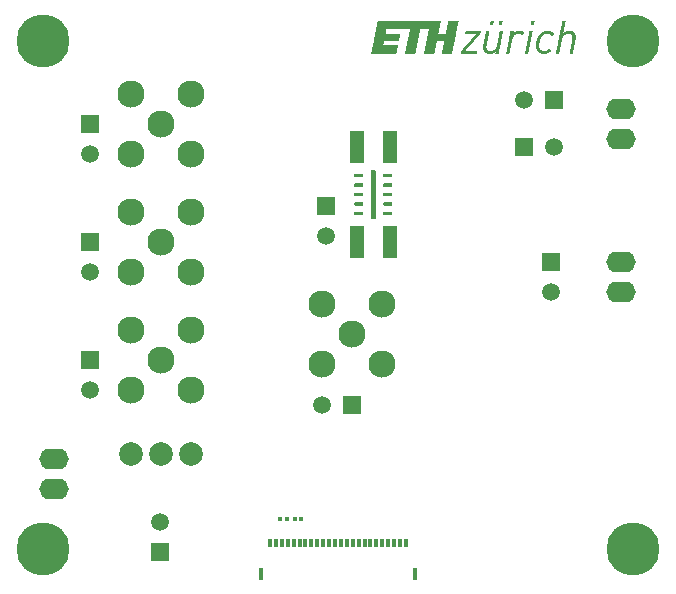
<source format=gts>
G04*
G04 #@! TF.GenerationSoftware,Altium Limited,Altium Designer,25.0.2 (28)*
G04*
G04 Layer_Color=8388736*
%FSLAX44Y44*%
%MOMM*%
G71*
G04*
G04 #@! TF.SameCoordinates,03372A04-C462-4CF8-ACA0-C5B6D0AAF50A*
G04*
G04*
G04 #@! TF.FilePolarity,Negative*
G04*
G01*
G75*
%ADD15R,0.3000X0.7000*%
%ADD16R,0.3000X1.0000*%
%ADD17R,0.3500X0.3500*%
%ADD18R,1.3000X2.7000*%
%ADD19C,4.5000*%
%ADD20O,2.5000X1.7500*%
%ADD21R,1.5200X1.5200*%
%ADD22C,1.5200*%
%ADD23C,2.3000*%
%ADD24R,1.5200X1.5200*%
%ADD25C,2.0000*%
G36*
X446604Y477087D02*
X446652D01*
Y476848D01*
X446604D01*
Y476657D01*
X446557D01*
Y476371D01*
X446509D01*
Y476132D01*
X446461D01*
Y475941D01*
X446413D01*
Y475655D01*
X446366D01*
Y475464D01*
X446318D01*
Y475178D01*
X446270D01*
Y474939D01*
X446223D01*
Y474748D01*
X446175D01*
Y474462D01*
X446127D01*
Y474271D01*
X446080D01*
Y473937D01*
X446032D01*
Y473793D01*
X445984D01*
Y473651D01*
X445936D01*
Y473603D01*
X443264D01*
Y473651D01*
X443216D01*
Y473937D01*
X443264D01*
Y474128D01*
X443311D01*
Y474414D01*
X443359D01*
Y474605D01*
X443407D01*
Y474844D01*
X443455D01*
Y475130D01*
X443502D01*
Y475273D01*
X443550D01*
Y475607D01*
X443598D01*
Y475798D01*
X443645D01*
Y476037D01*
X443693D01*
Y476275D01*
X443741D01*
Y476466D01*
X443788D01*
Y476800D01*
X443836D01*
Y476944D01*
X443884D01*
Y477087D01*
X443932D01*
Y477135D01*
X446604D01*
Y477087D01*
D02*
G37*
G36*
X419447D02*
X419495D01*
Y476848D01*
X419447D01*
Y476657D01*
X419399D01*
Y476371D01*
X419351D01*
Y476180D01*
X419304D01*
Y475941D01*
X419256D01*
Y475655D01*
X419208D01*
Y475464D01*
X419160D01*
Y475178D01*
X419113D01*
Y474987D01*
X419065D01*
Y474700D01*
X419017D01*
Y474462D01*
X418970D01*
Y474271D01*
X418922D01*
Y473937D01*
X418874D01*
Y473793D01*
X418826D01*
Y473651D01*
X418779D01*
Y473603D01*
X416106D01*
Y473651D01*
X416058D01*
Y473937D01*
X416106D01*
Y474128D01*
X416154D01*
Y474366D01*
X416201D01*
Y474653D01*
X416249D01*
Y474796D01*
X416297D01*
Y475130D01*
X416345D01*
Y475321D01*
X416392D01*
Y475607D01*
X416440D01*
Y475798D01*
X416488D01*
Y475989D01*
X416535D01*
Y476323D01*
X416583D01*
Y476466D01*
X416631D01*
Y476800D01*
X416679D01*
Y476992D01*
X416726D01*
Y477087D01*
X416774D01*
Y477135D01*
X419447D01*
Y477087D01*
D02*
G37*
G36*
X412001D02*
X412049D01*
Y476848D01*
X412001D01*
Y476657D01*
X411954D01*
Y476371D01*
X411906D01*
Y476180D01*
X411858D01*
Y475941D01*
X411810D01*
Y475655D01*
X411763D01*
Y475512D01*
X411715D01*
Y475178D01*
X411667D01*
Y474987D01*
X411619D01*
Y474700D01*
X411572D01*
Y474462D01*
X411524D01*
Y474271D01*
X411476D01*
Y473984D01*
X411428D01*
Y473793D01*
X411381D01*
Y473651D01*
X411333D01*
Y473603D01*
X408660D01*
Y473651D01*
X408613D01*
Y473937D01*
X408660D01*
Y474128D01*
X408708D01*
Y474366D01*
X408756D01*
Y474653D01*
X408803D01*
Y474796D01*
X408851D01*
Y475130D01*
X408899D01*
Y475321D01*
X408947D01*
Y475607D01*
X408994D01*
Y475798D01*
X409042D01*
Y475989D01*
X409090D01*
Y476323D01*
X409138D01*
Y476466D01*
X409185D01*
Y476800D01*
X409233D01*
Y476992D01*
X409281D01*
Y477087D01*
X409328D01*
Y477135D01*
X412001D01*
Y477087D01*
D02*
G37*
G36*
X434291Y468543D02*
X434815D01*
Y468496D01*
X435054D01*
Y468448D01*
X435245D01*
Y468400D01*
X435484D01*
Y468353D01*
X435579D01*
Y468305D01*
X435770D01*
Y468257D01*
X435866D01*
Y468209D01*
X436009D01*
Y468162D01*
X436152D01*
Y468114D01*
X436200D01*
Y468066D01*
X436343D01*
Y468018D01*
X436391D01*
Y467971D01*
X436534D01*
Y467923D01*
X436581D01*
Y467875D01*
X436677D01*
Y467827D01*
X436772D01*
Y467780D01*
X436820D01*
Y467732D01*
X436916D01*
Y467684D01*
X436963D01*
Y467636D01*
X437059D01*
Y467589D01*
X437107D01*
Y467541D01*
X437154D01*
Y467493D01*
X437250D01*
Y467398D01*
X437345D01*
Y467350D01*
X437393D01*
Y467302D01*
X437441D01*
Y467255D01*
X437488D01*
Y467207D01*
X437536D01*
Y467159D01*
X437584D01*
Y467112D01*
X437632D01*
Y467064D01*
X437679D01*
Y467016D01*
X437727D01*
Y466968D01*
X437775D01*
Y466921D01*
X437822D01*
Y466873D01*
X437870D01*
Y466825D01*
X437918D01*
Y466730D01*
X437870D01*
Y466682D01*
X437822D01*
Y466634D01*
X437775D01*
Y466587D01*
X437727D01*
Y466539D01*
X437679D01*
Y466491D01*
X437584D01*
Y466443D01*
X437536D01*
Y466396D01*
X437488D01*
Y466348D01*
X437441D01*
Y466300D01*
X437393D01*
Y466252D01*
X437345D01*
Y466205D01*
X437297D01*
Y466157D01*
X437250D01*
Y466109D01*
X437154D01*
Y466062D01*
X437107D01*
Y466014D01*
X437059D01*
Y465966D01*
X437011D01*
Y465918D01*
X436963D01*
Y465871D01*
X436916D01*
Y465823D01*
X436868D01*
Y465775D01*
X436820D01*
Y465727D01*
X436772D01*
Y465680D01*
X436677D01*
Y465632D01*
X436629D01*
Y465584D01*
X436581D01*
Y465536D01*
X436534D01*
Y465489D01*
X436486D01*
Y465441D01*
X436438D01*
Y465393D01*
X436391D01*
Y465346D01*
X436343D01*
Y465298D01*
X436247D01*
Y465250D01*
X436200D01*
Y465202D01*
X436152D01*
Y465155D01*
X436104D01*
Y465107D01*
X436057D01*
Y465059D01*
X436009D01*
Y465011D01*
X435961D01*
Y464964D01*
X435913D01*
Y464916D01*
X435866D01*
Y464868D01*
X435770D01*
Y464773D01*
X435627D01*
Y464821D01*
X435579D01*
Y464868D01*
X435531D01*
Y464964D01*
X435484D01*
Y465011D01*
X435436D01*
Y465059D01*
X435388D01*
Y465107D01*
X435341D01*
Y465155D01*
X435293D01*
Y465202D01*
X435245D01*
Y465250D01*
X435197D01*
Y465298D01*
X435150D01*
Y465346D01*
X435102D01*
Y465393D01*
X435054D01*
Y465441D01*
X434959D01*
Y465489D01*
X434911D01*
Y465536D01*
X434815D01*
Y465584D01*
X434768D01*
Y465632D01*
X434720D01*
Y465680D01*
X434577D01*
Y465727D01*
X434529D01*
Y465775D01*
X434434D01*
Y465823D01*
X434338D01*
Y465871D01*
X434195D01*
Y465918D01*
X434052D01*
Y465966D01*
X433956D01*
Y466014D01*
X433670D01*
Y466062D01*
X433479D01*
Y466109D01*
X432429D01*
Y466062D01*
X432191D01*
Y466014D01*
X431904D01*
Y465966D01*
X431761D01*
Y465918D01*
X431570D01*
Y465871D01*
X431427D01*
Y465823D01*
X431331D01*
Y465775D01*
X431141D01*
Y465727D01*
X431093D01*
Y465680D01*
X430950D01*
Y465632D01*
X430854D01*
Y465584D01*
X430759D01*
Y465536D01*
X430663D01*
Y465489D01*
X430615D01*
Y465441D01*
X430472D01*
Y465393D01*
X430424D01*
Y465346D01*
X430329D01*
Y465298D01*
X430281D01*
Y465250D01*
X430186D01*
Y465202D01*
X430138D01*
Y465155D01*
X430090D01*
Y465107D01*
X429995D01*
Y465059D01*
X429947D01*
Y465011D01*
X429852D01*
Y464964D01*
X429804D01*
Y464916D01*
X429756D01*
Y464868D01*
X429709D01*
Y464821D01*
X429661D01*
Y464773D01*
X429613D01*
Y464725D01*
X429518D01*
Y464677D01*
X429470D01*
Y464630D01*
X429422D01*
Y464582D01*
X429375D01*
Y464534D01*
X429327D01*
Y464487D01*
X429279D01*
Y464439D01*
X429231D01*
Y464391D01*
X429184D01*
Y464343D01*
X429136D01*
Y464248D01*
X429088D01*
Y464200D01*
X429040D01*
Y464152D01*
X428993D01*
Y464105D01*
X428945D01*
Y464057D01*
X428897D01*
Y463961D01*
X428849D01*
Y463914D01*
X428802D01*
Y463866D01*
X428754D01*
Y463818D01*
X428706D01*
Y463723D01*
X428659D01*
Y463675D01*
X428611D01*
Y463627D01*
X428563D01*
Y463532D01*
X428515D01*
Y463484D01*
X428468D01*
Y463389D01*
X428420D01*
Y463293D01*
X428372D01*
Y463246D01*
X428325D01*
Y463150D01*
X428277D01*
Y463055D01*
X428229D01*
Y462959D01*
X428181D01*
Y462864D01*
X428134D01*
Y462816D01*
X428086D01*
Y462673D01*
X428038D01*
Y462625D01*
X427990D01*
Y462482D01*
X427943D01*
Y462386D01*
X427895D01*
Y462243D01*
X427847D01*
Y462100D01*
X427799D01*
Y462052D01*
X427752D01*
Y461861D01*
X427704D01*
Y461718D01*
X427656D01*
Y461575D01*
X427608D01*
Y461384D01*
X427561D01*
Y461241D01*
X427513D01*
Y460955D01*
X427465D01*
Y460811D01*
X427417D01*
Y460477D01*
X427370D01*
Y460286D01*
X427322D01*
Y460048D01*
X427275D01*
Y459761D01*
X427227D01*
Y459618D01*
X427179D01*
Y459284D01*
X427131D01*
Y459093D01*
X427084D01*
Y458807D01*
X427036D01*
Y458568D01*
X426988D01*
Y458425D01*
X426940D01*
Y458091D01*
X426893D01*
Y457900D01*
X426845D01*
Y457613D01*
X426797D01*
Y457422D01*
X426749D01*
Y457184D01*
X426702D01*
Y456898D01*
X426654D01*
Y456707D01*
X426606D01*
Y456420D01*
X426558D01*
Y456230D01*
X426511D01*
Y455943D01*
X426463D01*
Y455704D01*
X426415D01*
Y455514D01*
X426368D01*
Y455179D01*
X426320D01*
Y455036D01*
X426272D01*
Y454702D01*
X426224D01*
Y454511D01*
X426177D01*
Y454320D01*
X426129D01*
Y453986D01*
X426081D01*
Y453843D01*
X426034D01*
Y453509D01*
X425986D01*
Y453318D01*
X425938D01*
Y453079D01*
X425890D01*
Y452841D01*
X425843D01*
Y452650D01*
X425795D01*
Y452316D01*
X425747D01*
Y452172D01*
X425699D01*
Y451838D01*
X425652D01*
Y451647D01*
X425604D01*
Y451409D01*
X425556D01*
Y451122D01*
X425508D01*
Y450979D01*
X425461D01*
Y450645D01*
X425413D01*
Y450454D01*
X425365D01*
Y450168D01*
X425318D01*
Y449929D01*
X425270D01*
Y449738D01*
X425222D01*
Y449452D01*
X425174D01*
Y449261D01*
X425127D01*
Y449213D01*
X425079D01*
Y449166D01*
X422406D01*
Y449213D01*
X422358D01*
Y449404D01*
X422406D01*
Y449595D01*
X422454D01*
Y449834D01*
X422502D01*
Y450120D01*
X422549D01*
Y450263D01*
X422597D01*
Y450597D01*
X422645D01*
Y450788D01*
X422692D01*
Y451075D01*
X422740D01*
Y451313D01*
X422788D01*
Y451504D01*
X422836D01*
Y451791D01*
X422883D01*
Y451982D01*
X422931D01*
Y452316D01*
X422979D01*
Y452459D01*
X423027D01*
Y452697D01*
X423074D01*
Y452984D01*
X423122D01*
Y453175D01*
X423170D01*
Y453509D01*
X423218D01*
Y453652D01*
X423265D01*
Y453938D01*
X423313D01*
Y454177D01*
X423361D01*
Y454368D01*
X423408D01*
Y454702D01*
X423456D01*
Y454845D01*
X423504D01*
Y455179D01*
X423552D01*
Y455370D01*
X423599D01*
Y455609D01*
X423647D01*
Y455895D01*
X423695D01*
Y456039D01*
X423743D01*
Y456373D01*
X423790D01*
Y456516D01*
X423838D01*
Y456850D01*
X423886D01*
Y457041D01*
X423933D01*
Y457232D01*
X423981D01*
Y457566D01*
X424029D01*
Y457709D01*
X424077D01*
Y458043D01*
X424124D01*
Y458234D01*
X424172D01*
Y458473D01*
X424220D01*
Y458759D01*
X424268D01*
Y458902D01*
X424315D01*
Y459236D01*
X424363D01*
Y459427D01*
X424411D01*
Y459714D01*
X424458D01*
Y459952D01*
X424506D01*
Y460143D01*
X424554D01*
Y460429D01*
X424602D01*
Y460620D01*
X424649D01*
Y460955D01*
X424697D01*
Y461098D01*
X424745D01*
Y461336D01*
X424793D01*
Y461623D01*
X424840D01*
Y461814D01*
X424888D01*
Y462148D01*
X424936D01*
Y462291D01*
X424983D01*
Y462577D01*
X425031D01*
Y462816D01*
X425079D01*
Y463007D01*
X425127D01*
Y463341D01*
X425174D01*
Y463484D01*
X425222D01*
Y463818D01*
X425270D01*
Y464009D01*
X425318D01*
Y464248D01*
X425365D01*
Y464534D01*
X425413D01*
Y464677D01*
X425461D01*
Y465011D01*
X425508D01*
Y465202D01*
X425556D01*
Y465489D01*
X425604D01*
Y465680D01*
X425652D01*
Y465871D01*
X425699D01*
Y466205D01*
X425747D01*
Y466348D01*
X425795D01*
Y466682D01*
X425843D01*
Y466873D01*
X425890D01*
Y467112D01*
X425938D01*
Y467398D01*
X425986D01*
Y467541D01*
X426034D01*
Y467875D01*
X426081D01*
Y468066D01*
X426129D01*
Y468305D01*
X426177D01*
Y468353D01*
X428897D01*
Y468114D01*
X428849D01*
Y467923D01*
X428802D01*
Y467684D01*
X428754D01*
Y467446D01*
X428706D01*
Y467255D01*
X428659D01*
Y466921D01*
X428611D01*
Y466777D01*
X428563D01*
Y466491D01*
X428515D01*
Y466300D01*
X428563D01*
Y466348D01*
X428659D01*
Y466396D01*
X428706D01*
Y466491D01*
X428754D01*
Y466539D01*
X428802D01*
Y466587D01*
X428849D01*
Y466634D01*
X428897D01*
Y466682D01*
X428945D01*
Y466730D01*
X428993D01*
Y466777D01*
X429040D01*
Y466825D01*
X429088D01*
Y466873D01*
X429136D01*
Y466921D01*
X429184D01*
Y466968D01*
X429231D01*
Y467016D01*
X429327D01*
Y467064D01*
X429375D01*
Y467112D01*
X429422D01*
Y467159D01*
X429470D01*
Y467207D01*
X429518D01*
Y467255D01*
X429613D01*
Y467302D01*
X429661D01*
Y467350D01*
X429709D01*
Y467398D01*
X429804D01*
Y467446D01*
X429852D01*
Y467493D01*
X429947D01*
Y467541D01*
X430043D01*
Y467589D01*
X430090D01*
Y467636D01*
X430186D01*
Y467684D01*
X430233D01*
Y467732D01*
X430377D01*
Y467780D01*
X430424D01*
Y467827D01*
X430520D01*
Y467875D01*
X430615D01*
Y467923D01*
X430711D01*
Y467971D01*
X430854D01*
Y468018D01*
X430902D01*
Y468066D01*
X431093D01*
Y468114D01*
X431141D01*
Y468162D01*
X431283D01*
Y468209D01*
X431474D01*
Y468257D01*
X431570D01*
Y468305D01*
X431761D01*
Y468353D01*
X431904D01*
Y468400D01*
X432143D01*
Y468448D01*
X432381D01*
Y468496D01*
X432620D01*
Y468543D01*
X433193D01*
Y468591D01*
X434291D01*
Y468543D01*
D02*
G37*
G36*
X382123Y477087D02*
X382171D01*
Y476800D01*
X382123D01*
Y476609D01*
X382076D01*
Y476371D01*
X382028D01*
Y476132D01*
X381980D01*
Y475941D01*
X381932D01*
Y475607D01*
X381884D01*
Y475464D01*
X381837D01*
Y475178D01*
X381789D01*
Y474939D01*
X381741D01*
Y474748D01*
X381693D01*
Y474462D01*
X381646D01*
Y474271D01*
X381598D01*
Y473984D01*
X381550D01*
Y473793D01*
X381503D01*
Y473555D01*
X381455D01*
Y473269D01*
X381407D01*
Y473078D01*
X381359D01*
Y472791D01*
X381312D01*
Y472600D01*
X381264D01*
Y472314D01*
X381216D01*
Y472075D01*
X381169D01*
Y471884D01*
X381121D01*
Y471598D01*
X381073D01*
Y471407D01*
X381025D01*
Y471121D01*
X380978D01*
Y470930D01*
X380930D01*
Y470691D01*
X380882D01*
Y470405D01*
X380835D01*
Y470262D01*
X380787D01*
Y469928D01*
X380739D01*
Y469737D01*
X380691D01*
Y469450D01*
X380644D01*
Y469259D01*
X380596D01*
Y469068D01*
X380548D01*
Y468734D01*
X380500D01*
Y468591D01*
X380452D01*
Y468257D01*
X380405D01*
Y468066D01*
X380357D01*
Y467827D01*
X380309D01*
Y467589D01*
X380262D01*
Y467398D01*
X380214D01*
Y467064D01*
X380166D01*
Y466921D01*
X380118D01*
Y466587D01*
X380071D01*
Y466396D01*
X380023D01*
Y466205D01*
X379975D01*
Y465871D01*
X379928D01*
Y465727D01*
X379880D01*
Y465393D01*
X379832D01*
Y465202D01*
X379784D01*
Y464964D01*
X379737D01*
Y464725D01*
X379689D01*
Y464534D01*
X379641D01*
Y464200D01*
X379594D01*
Y464057D01*
X379546D01*
Y463770D01*
X379498D01*
Y463532D01*
X379450D01*
Y463341D01*
X379403D01*
Y463055D01*
X379355D01*
Y462864D01*
X379307D01*
Y462577D01*
X379259D01*
Y462386D01*
X379212D01*
Y462148D01*
X379164D01*
Y461861D01*
X379116D01*
Y461670D01*
X379068D01*
Y461384D01*
X379021D01*
Y461193D01*
X378973D01*
Y460907D01*
X378925D01*
Y460716D01*
X378878D01*
Y460477D01*
X378830D01*
Y460191D01*
X378782D01*
Y460000D01*
X378734D01*
Y459714D01*
X378686D01*
Y459523D01*
X378639D01*
Y459284D01*
X378591D01*
Y458998D01*
X378544D01*
Y458854D01*
X378496D01*
Y458520D01*
X378448D01*
Y458330D01*
X378400D01*
Y458043D01*
X378353D01*
Y457852D01*
X378305D01*
Y457661D01*
X378257D01*
Y457327D01*
X378209D01*
Y457184D01*
X378162D01*
Y456850D01*
X378114D01*
Y456659D01*
X378066D01*
Y456420D01*
X378018D01*
Y456182D01*
X377971D01*
Y455991D01*
X377923D01*
Y455657D01*
X377875D01*
Y455514D01*
X377827D01*
Y455227D01*
X377780D01*
Y454989D01*
X377732D01*
Y454798D01*
X377684D01*
Y454464D01*
X377637D01*
Y454320D01*
X377589D01*
Y453986D01*
X377541D01*
Y453843D01*
X377493D01*
Y453557D01*
X377446D01*
Y453318D01*
X377398D01*
Y453127D01*
X377350D01*
Y452793D01*
X377303D01*
Y452650D01*
X377255D01*
Y452363D01*
X377207D01*
Y452125D01*
X377159D01*
Y451934D01*
X377112D01*
Y451647D01*
X377064D01*
Y451456D01*
X377016D01*
Y451170D01*
X376968D01*
Y450979D01*
X376921D01*
Y450741D01*
X376873D01*
Y450454D01*
X376825D01*
Y450311D01*
X376777D01*
Y449977D01*
X376730D01*
Y449786D01*
X376682D01*
Y449500D01*
X376634D01*
Y449261D01*
X376587D01*
Y449213D01*
X376539D01*
Y449166D01*
X367900D01*
Y449213D01*
X367852D01*
Y449309D01*
X367900D01*
Y449500D01*
X367948D01*
Y449786D01*
X367995D01*
Y449977D01*
X368043D01*
Y450216D01*
X368091D01*
Y450502D01*
X368139D01*
Y450645D01*
X368186D01*
Y450979D01*
X368234D01*
Y451170D01*
X368282D01*
Y451456D01*
X368330D01*
Y451695D01*
X368377D01*
Y451886D01*
X368425D01*
Y452172D01*
X368473D01*
Y452363D01*
X368520D01*
Y452650D01*
X368568D01*
Y452841D01*
X368616D01*
Y453079D01*
X368663D01*
Y453366D01*
X368711D01*
Y453557D01*
X368759D01*
Y453891D01*
X368807D01*
Y454034D01*
X368854D01*
Y454320D01*
X368902D01*
Y454559D01*
X368950D01*
Y454750D01*
X368998D01*
Y455084D01*
X369045D01*
Y455227D01*
X369093D01*
Y455561D01*
X369141D01*
Y455752D01*
X369188D01*
Y455943D01*
X369236D01*
Y456277D01*
X369284D01*
Y456420D01*
X369332D01*
Y456754D01*
X369379D01*
Y456898D01*
X369427D01*
Y457184D01*
X369475D01*
Y457422D01*
X369523D01*
Y457613D01*
X369570D01*
Y457948D01*
X369618D01*
Y458091D01*
X369666D01*
Y458425D01*
X369714D01*
Y458616D01*
X369761D01*
Y458807D01*
X369809D01*
Y459141D01*
X369857D01*
Y459284D01*
X369905D01*
Y459618D01*
X369952D01*
Y459809D01*
X370000D01*
Y460000D01*
X363748D01*
Y459905D01*
X363700D01*
Y459714D01*
X363652D01*
Y459523D01*
X363604D01*
Y459188D01*
X363557D01*
Y459045D01*
X363509D01*
Y458759D01*
X363461D01*
Y458520D01*
X363413D01*
Y458330D01*
X363366D01*
Y457995D01*
X363318D01*
Y457852D01*
X363270D01*
Y457518D01*
X363223D01*
Y457327D01*
X363175D01*
Y457089D01*
X363127D01*
Y456850D01*
X363079D01*
Y456659D01*
X363032D01*
Y456325D01*
X362984D01*
Y456182D01*
X362936D01*
Y455848D01*
X362888D01*
Y455657D01*
X362841D01*
Y455466D01*
X362793D01*
Y455132D01*
X362745D01*
Y454989D01*
X362697D01*
Y454654D01*
X362650D01*
Y454464D01*
X362602D01*
Y454225D01*
X362554D01*
Y453938D01*
X362506D01*
Y453795D01*
X362459D01*
Y453461D01*
X362411D01*
Y453270D01*
X362363D01*
Y452984D01*
X362316D01*
Y452793D01*
X362268D01*
Y452554D01*
X362220D01*
Y452268D01*
X362173D01*
Y452077D01*
X362125D01*
Y451791D01*
X362077D01*
Y451600D01*
X362029D01*
Y451361D01*
X361982D01*
Y451075D01*
X361934D01*
Y450884D01*
X361886D01*
Y450550D01*
X361838D01*
Y450406D01*
X361791D01*
Y450120D01*
X361743D01*
Y449881D01*
X361695D01*
Y449691D01*
X361647D01*
Y449404D01*
X361600D01*
Y449213D01*
X361504D01*
Y449166D01*
X352913D01*
Y449213D01*
X352865D01*
Y449404D01*
X352913D01*
Y449595D01*
X352961D01*
Y449929D01*
X353008D01*
Y450072D01*
X353056D01*
Y450406D01*
X353104D01*
Y450597D01*
X353152D01*
Y450788D01*
X353199D01*
Y451075D01*
X353247D01*
Y451266D01*
X353295D01*
Y451600D01*
X353343D01*
Y451743D01*
X353390D01*
Y452029D01*
X353438D01*
Y452268D01*
X353486D01*
Y452459D01*
X353534D01*
Y452793D01*
X353581D01*
Y452936D01*
X353629D01*
Y453223D01*
X353677D01*
Y453461D01*
X353725D01*
Y453652D01*
X353772D01*
Y453938D01*
X353820D01*
Y454129D01*
X353868D01*
Y454416D01*
X353915D01*
Y454607D01*
X353963D01*
Y454893D01*
X354011D01*
Y455132D01*
X354059D01*
Y455275D01*
X354106D01*
Y455609D01*
X354154D01*
Y455800D01*
X354202D01*
Y456086D01*
X354249D01*
Y456277D01*
X354297D01*
Y456516D01*
X354345D01*
Y456802D01*
X354393D01*
Y456945D01*
X354440D01*
Y457280D01*
X354488D01*
Y457470D01*
X354536D01*
Y457709D01*
X354584D01*
Y457995D01*
X354631D01*
Y458139D01*
X354679D01*
Y458473D01*
X354727D01*
Y458616D01*
X354775D01*
Y458950D01*
X354822D01*
Y459141D01*
X354870D01*
Y459332D01*
X354918D01*
Y459666D01*
X354965D01*
Y459809D01*
X355013D01*
Y460143D01*
X355061D01*
Y460334D01*
X355109D01*
Y460573D01*
X355156D01*
Y460811D01*
X355204D01*
Y461002D01*
X355252D01*
Y461336D01*
X355299D01*
Y461479D01*
X355347D01*
Y461814D01*
X355395D01*
Y462005D01*
X355443D01*
Y462195D01*
X355490D01*
Y462482D01*
X355538D01*
Y462673D01*
X355586D01*
Y463007D01*
X355634D01*
Y463150D01*
X355681D01*
Y463436D01*
X355729D01*
Y463675D01*
X355777D01*
Y463866D01*
X355825D01*
Y464200D01*
X355872D01*
Y464343D01*
X355920D01*
Y464630D01*
X355968D01*
Y464868D01*
X356015D01*
Y465059D01*
X356063D01*
Y465346D01*
X356111D01*
Y465536D01*
X356159D01*
Y465823D01*
X356206D01*
Y466014D01*
X356254D01*
Y466252D01*
X356302D01*
Y466539D01*
X356350D01*
Y466682D01*
X356397D01*
Y467016D01*
X356445D01*
Y467207D01*
X356493D01*
Y467493D01*
X356540D01*
Y467684D01*
X356588D01*
Y467923D01*
X356636D01*
Y468209D01*
X356684D01*
Y468353D01*
X356731D01*
Y468687D01*
X356779D01*
Y468878D01*
X356827D01*
Y469116D01*
X356875D01*
Y469403D01*
X356922D01*
Y469546D01*
X356970D01*
Y469880D01*
X357018D01*
Y470023D01*
X357066D01*
Y470071D01*
X357018D01*
Y470118D01*
X349715D01*
Y469975D01*
X349667D01*
Y469784D01*
X349620D01*
Y469450D01*
X349572D01*
Y469307D01*
X349524D01*
Y468973D01*
X349477D01*
Y468782D01*
X349429D01*
Y468543D01*
X349381D01*
Y468305D01*
X349333D01*
Y468114D01*
X349286D01*
Y467780D01*
X349238D01*
Y467636D01*
X349190D01*
Y467350D01*
X349143D01*
Y467112D01*
X349095D01*
Y466921D01*
X349047D01*
Y466587D01*
X348999D01*
Y466443D01*
X348951D01*
Y466109D01*
X348904D01*
Y465966D01*
X348856D01*
Y465680D01*
X348809D01*
Y465441D01*
X348761D01*
Y465250D01*
X348713D01*
Y464916D01*
X348665D01*
Y464773D01*
X348618D01*
Y464487D01*
X348570D01*
Y464248D01*
X348522D01*
Y464057D01*
X348474D01*
Y463770D01*
X348427D01*
Y463580D01*
X348379D01*
Y463293D01*
X348331D01*
Y463102D01*
X348283D01*
Y462816D01*
X348236D01*
Y462577D01*
X348188D01*
Y462434D01*
X348140D01*
Y462100D01*
X348092D01*
Y461909D01*
X348045D01*
Y461623D01*
X347997D01*
Y461432D01*
X347949D01*
Y461193D01*
X347901D01*
Y460907D01*
X347854D01*
Y460764D01*
X347806D01*
Y460429D01*
X347758D01*
Y460238D01*
X347711D01*
Y460000D01*
X347663D01*
Y459714D01*
X347615D01*
Y459570D01*
X347567D01*
Y459236D01*
X347520D01*
Y459045D01*
X347472D01*
Y458759D01*
X347424D01*
Y458568D01*
X347377D01*
Y458377D01*
X347329D01*
Y458043D01*
X347281D01*
Y457900D01*
X347233D01*
Y457566D01*
X347186D01*
Y457375D01*
X347138D01*
Y457136D01*
X347090D01*
Y456898D01*
X347043D01*
Y456707D01*
X346995D01*
Y456373D01*
X346947D01*
Y456230D01*
X346899D01*
Y455895D01*
X346852D01*
Y455704D01*
X346804D01*
Y455514D01*
X346756D01*
Y455227D01*
X346708D01*
Y455036D01*
X346661D01*
Y454702D01*
X346613D01*
Y454559D01*
X346565D01*
Y454272D01*
X346517D01*
Y454034D01*
X346470D01*
Y453843D01*
X346422D01*
Y453509D01*
X346374D01*
Y453366D01*
X346326D01*
Y453079D01*
X346279D01*
Y452841D01*
X346231D01*
Y452650D01*
X346183D01*
Y452363D01*
X346136D01*
Y452172D01*
X346088D01*
Y451886D01*
X346040D01*
Y451695D01*
X345993D01*
Y451409D01*
X345945D01*
Y451170D01*
X345897D01*
Y450979D01*
X345849D01*
Y450693D01*
X345802D01*
Y450502D01*
X345754D01*
Y450216D01*
X345706D01*
Y450025D01*
X345658D01*
Y449786D01*
X345611D01*
Y449500D01*
X345563D01*
Y449309D01*
X345515D01*
Y449213D01*
X345467D01*
Y449166D01*
X336828D01*
Y449213D01*
X336781D01*
Y449309D01*
X336828D01*
Y449547D01*
X336876D01*
Y449691D01*
X336924D01*
Y450025D01*
X336972D01*
Y450216D01*
X337019D01*
Y450502D01*
X337067D01*
Y450693D01*
X337115D01*
Y450884D01*
X337163D01*
Y451218D01*
X337210D01*
Y451361D01*
X337258D01*
Y451695D01*
X337306D01*
Y451886D01*
X337354D01*
Y452125D01*
X337401D01*
Y452363D01*
X337449D01*
Y452554D01*
X337497D01*
Y452888D01*
X337545D01*
Y453032D01*
X337592D01*
Y453366D01*
X337640D01*
Y453557D01*
X337688D01*
Y453748D01*
X337735D01*
Y454082D01*
X337783D01*
Y454225D01*
X337831D01*
Y454559D01*
X337878D01*
Y454702D01*
X337926D01*
Y454989D01*
X337974D01*
Y455227D01*
X338022D01*
Y455418D01*
X338069D01*
Y455752D01*
X338117D01*
Y455895D01*
X338165D01*
Y456182D01*
X338213D01*
Y456420D01*
X338260D01*
Y456611D01*
X338308D01*
Y456898D01*
X338356D01*
Y457089D01*
X338404D01*
Y457422D01*
X338451D01*
Y457566D01*
X338499D01*
Y457804D01*
X338547D01*
Y458091D01*
X338594D01*
Y458282D01*
X338642D01*
Y458568D01*
X338690D01*
Y458759D01*
X338738D01*
Y459045D01*
X338785D01*
Y459236D01*
X338833D01*
Y459475D01*
X338881D01*
Y459761D01*
X338929D01*
Y459952D01*
X338976D01*
Y460238D01*
X339024D01*
Y460429D01*
X339072D01*
Y460668D01*
X339119D01*
Y460955D01*
X339167D01*
Y461098D01*
X339215D01*
Y461432D01*
X339263D01*
Y461623D01*
X339310D01*
Y461909D01*
X339358D01*
Y462100D01*
X339406D01*
Y462291D01*
X339454D01*
Y462625D01*
X339501D01*
Y462768D01*
X339549D01*
Y463102D01*
X339597D01*
Y463293D01*
X339644D01*
Y463532D01*
X339692D01*
Y463770D01*
X339740D01*
Y463961D01*
X339788D01*
Y464296D01*
X339835D01*
Y464439D01*
X339883D01*
Y464773D01*
X339931D01*
Y464964D01*
X339979D01*
Y465155D01*
X340026D01*
Y465441D01*
X340074D01*
Y465632D01*
X340122D01*
Y465966D01*
X340169D01*
Y466109D01*
X340217D01*
Y466396D01*
X340265D01*
Y466634D01*
X340313D01*
Y466825D01*
X340360D01*
Y467159D01*
X340408D01*
Y467302D01*
X340456D01*
Y467589D01*
X340504D01*
Y467827D01*
X340551D01*
Y468018D01*
X340599D01*
Y468305D01*
X340647D01*
Y468496D01*
X340695D01*
Y468830D01*
X340742D01*
Y468973D01*
X340790D01*
Y469212D01*
X340838D01*
Y469498D01*
X340885D01*
Y469689D01*
X340933D01*
Y469975D01*
X340981D01*
Y470118D01*
X321078D01*
Y470071D01*
X321030D01*
Y469880D01*
X320983D01*
Y469594D01*
X320935D01*
Y469403D01*
X320887D01*
Y469068D01*
X320839D01*
Y468878D01*
X320792D01*
Y468639D01*
X320744D01*
Y468400D01*
X320696D01*
Y468209D01*
X320648D01*
Y467875D01*
X320601D01*
Y467732D01*
X320553D01*
Y467398D01*
X320505D01*
Y467207D01*
X320458D01*
Y466968D01*
X320410D01*
Y466682D01*
X320362D01*
Y466539D01*
X320314D01*
Y466300D01*
X332819D01*
Y466252D01*
X332867D01*
Y466109D01*
X332819D01*
Y465871D01*
X332771D01*
Y465632D01*
X332724D01*
Y465441D01*
X332676D01*
Y465155D01*
X332629D01*
Y464964D01*
X332581D01*
Y464677D01*
X332533D01*
Y464487D01*
X332485D01*
Y464248D01*
X332438D01*
Y463961D01*
X332390D01*
Y463818D01*
X332342D01*
Y463484D01*
X332294D01*
Y463293D01*
X332247D01*
Y463055D01*
X332199D01*
Y462816D01*
X332151D01*
Y462625D01*
X332103D01*
Y462291D01*
X332056D01*
Y462148D01*
X332008D01*
Y461814D01*
X331960D01*
Y461623D01*
X331912D01*
Y461432D01*
X331865D01*
Y461098D01*
X331817D01*
Y460955D01*
X331769D01*
Y460620D01*
X331721D01*
Y460477D01*
X331674D01*
Y460191D01*
X331626D01*
Y460048D01*
X331578D01*
Y460000D01*
X319074D01*
Y459952D01*
X319026D01*
Y459809D01*
X318978D01*
Y459618D01*
X318930D01*
Y459284D01*
X318883D01*
Y459141D01*
X318835D01*
Y458807D01*
X318787D01*
Y458616D01*
X318739D01*
Y458377D01*
X318692D01*
Y458091D01*
X318644D01*
Y457948D01*
X318596D01*
Y457613D01*
X318549D01*
Y457422D01*
X318501D01*
Y457136D01*
X318453D01*
Y456898D01*
X318405D01*
Y456707D01*
X318358D01*
Y456373D01*
X318310D01*
Y456277D01*
X318262D01*
Y456230D01*
X318310D01*
Y456182D01*
X330815D01*
Y456134D01*
X330863D01*
Y456039D01*
X330815D01*
Y455848D01*
X330767D01*
Y455657D01*
X330719D01*
Y455323D01*
X330672D01*
Y455179D01*
X330624D01*
Y454845D01*
X330576D01*
Y454654D01*
X330528D01*
Y454416D01*
X330481D01*
Y454177D01*
X330433D01*
Y453986D01*
X330385D01*
Y453652D01*
X330337D01*
Y453509D01*
X330290D01*
Y453175D01*
X330242D01*
Y452984D01*
X330194D01*
Y452793D01*
X330147D01*
Y452459D01*
X330099D01*
Y452316D01*
X330051D01*
Y451982D01*
X330003D01*
Y451791D01*
X329956D01*
Y451552D01*
X329908D01*
Y451313D01*
X329860D01*
Y451122D01*
X329812D01*
Y450788D01*
X329765D01*
Y450645D01*
X329717D01*
Y450311D01*
X329669D01*
Y450120D01*
X329622D01*
Y449929D01*
X329574D01*
Y449595D01*
X329526D01*
Y449452D01*
X329478D01*
Y449213D01*
X329431D01*
Y449166D01*
X308191D01*
Y449500D01*
X308239D01*
Y449643D01*
X308287D01*
Y449977D01*
X308334D01*
Y450120D01*
X308382D01*
Y450454D01*
X308430D01*
Y450645D01*
X308478D01*
Y450836D01*
X308525D01*
Y451170D01*
X308573D01*
Y451313D01*
X308621D01*
Y451647D01*
X308669D01*
Y451838D01*
X308716D01*
Y452077D01*
X308764D01*
Y452316D01*
X308812D01*
Y452507D01*
X308860D01*
Y452841D01*
X308907D01*
Y452984D01*
X308955D01*
Y453270D01*
X309003D01*
Y453509D01*
X309050D01*
Y453700D01*
X309098D01*
Y453986D01*
X309146D01*
Y454177D01*
X309194D01*
Y454511D01*
X309241D01*
Y454654D01*
X309289D01*
Y454893D01*
X309337D01*
Y455179D01*
X309385D01*
Y455370D01*
X309432D01*
Y455704D01*
X309480D01*
Y455848D01*
X309528D01*
Y456134D01*
X309575D01*
Y456373D01*
X309623D01*
Y456563D01*
X309671D01*
Y456850D01*
X309719D01*
Y457041D01*
X309766D01*
Y457327D01*
X309814D01*
Y457518D01*
X309862D01*
Y457757D01*
X309910D01*
Y458043D01*
X309957D01*
Y458234D01*
X310005D01*
Y458520D01*
X310053D01*
Y458711D01*
X310100D01*
Y458998D01*
X310148D01*
Y459188D01*
X310196D01*
Y459380D01*
X310244D01*
Y459714D01*
X310291D01*
Y459857D01*
X310339D01*
Y460191D01*
X310387D01*
Y460382D01*
X310435D01*
Y460620D01*
X310482D01*
Y460907D01*
X310530D01*
Y461050D01*
X310578D01*
Y461384D01*
X310625D01*
Y461575D01*
X310673D01*
Y461861D01*
X310721D01*
Y462052D01*
X310769D01*
Y462243D01*
X310816D01*
Y462577D01*
X310864D01*
Y462720D01*
X310912D01*
Y463055D01*
X310960D01*
Y463246D01*
X311007D01*
Y463484D01*
X311055D01*
Y463723D01*
X311103D01*
Y463914D01*
X311150D01*
Y464248D01*
X311198D01*
Y464391D01*
X311246D01*
Y464677D01*
X311294D01*
Y464916D01*
X311341D01*
Y465107D01*
X311389D01*
Y465441D01*
X311437D01*
Y465584D01*
X311485D01*
Y465918D01*
X311532D01*
Y466109D01*
X311580D01*
Y466300D01*
X311628D01*
Y466587D01*
X311676D01*
Y466777D01*
X311723D01*
Y467112D01*
X311771D01*
Y467255D01*
X311819D01*
Y467541D01*
X311866D01*
Y467780D01*
X311914D01*
Y467971D01*
X311962D01*
Y468257D01*
X312010D01*
Y468448D01*
X312057D01*
Y468734D01*
X312105D01*
Y468925D01*
X312153D01*
Y469164D01*
X312201D01*
Y469450D01*
X312248D01*
Y469641D01*
X312296D01*
Y469928D01*
X312344D01*
Y470118D01*
X312391D01*
Y470405D01*
X312439D01*
Y470596D01*
X312487D01*
Y470787D01*
X312535D01*
Y471121D01*
X312582D01*
Y471312D01*
X312630D01*
Y471598D01*
X312678D01*
Y471789D01*
X312726D01*
Y472028D01*
X312773D01*
Y472314D01*
X312821D01*
Y472457D01*
X312869D01*
Y472791D01*
X312917D01*
Y472982D01*
X312964D01*
Y473269D01*
X313012D01*
Y473460D01*
X313060D01*
Y473651D01*
X313107D01*
Y473984D01*
X313155D01*
Y474128D01*
X313203D01*
Y474462D01*
X313251D01*
Y474653D01*
X313298D01*
Y474891D01*
X313346D01*
Y475178D01*
X313394D01*
Y475321D01*
X313442D01*
Y475655D01*
X313489D01*
Y475798D01*
X313537D01*
Y476085D01*
X313585D01*
Y476323D01*
X313632D01*
Y476514D01*
X313680D01*
Y476848D01*
X313728D01*
Y476992D01*
X313776D01*
Y477087D01*
X313823D01*
Y477135D01*
X367136D01*
Y477087D01*
X367184D01*
Y476992D01*
X367136D01*
Y476753D01*
X367089D01*
Y476562D01*
X367041D01*
Y476228D01*
X366993D01*
Y476085D01*
X366945D01*
Y475798D01*
X366898D01*
Y475560D01*
X366850D01*
Y475369D01*
X366802D01*
Y475082D01*
X366754D01*
Y474939D01*
X366707D01*
Y474605D01*
X366659D01*
Y474414D01*
X366611D01*
Y474175D01*
X366564D01*
Y473937D01*
X366516D01*
Y473746D01*
X366468D01*
Y473460D01*
X366420D01*
Y473269D01*
X366373D01*
Y472982D01*
X366325D01*
Y472791D01*
X366277D01*
Y472553D01*
X366230D01*
Y472266D01*
X366182D01*
Y472123D01*
X366134D01*
Y471789D01*
X366086D01*
Y471598D01*
X366039D01*
Y471359D01*
X365991D01*
Y471121D01*
X365943D01*
Y470930D01*
X365895D01*
Y470644D01*
X365848D01*
Y470452D01*
X365800D01*
Y470166D01*
X365752D01*
Y469975D01*
X365704D01*
Y469784D01*
X365657D01*
Y469450D01*
X365609D01*
Y469307D01*
X365561D01*
Y468973D01*
X365513D01*
Y468830D01*
X365466D01*
Y468543D01*
X365418D01*
Y468305D01*
X365370D01*
Y468114D01*
X365322D01*
Y467827D01*
X365275D01*
Y467636D01*
X365227D01*
Y467350D01*
X365179D01*
Y467159D01*
X365132D01*
Y466968D01*
X365084D01*
Y466634D01*
X365036D01*
Y466491D01*
X364989D01*
Y466348D01*
X365036D01*
Y466300D01*
X371241D01*
Y466348D01*
X371289D01*
Y466587D01*
X371336D01*
Y466730D01*
X371384D01*
Y467064D01*
X371432D01*
Y467255D01*
X371480D01*
Y467446D01*
X371527D01*
Y467732D01*
X371575D01*
Y467875D01*
X371623D01*
Y468209D01*
X371670D01*
Y468400D01*
X371718D01*
Y468639D01*
X371766D01*
Y468878D01*
X371814D01*
Y469068D01*
X371861D01*
Y469403D01*
X371909D01*
Y469546D01*
X371957D01*
Y469832D01*
X372005D01*
Y470023D01*
X372052D01*
Y470262D01*
X372100D01*
Y470548D01*
X372148D01*
Y470691D01*
X372195D01*
Y471025D01*
X372243D01*
Y471216D01*
X372291D01*
Y471455D01*
X372339D01*
Y471693D01*
X372386D01*
Y471884D01*
X372434D01*
Y472171D01*
X372482D01*
Y472362D01*
X372530D01*
Y472648D01*
X372577D01*
Y472839D01*
X372625D01*
Y473078D01*
X372673D01*
Y473364D01*
X372720D01*
Y473507D01*
X372768D01*
Y473841D01*
X372816D01*
Y473984D01*
X372864D01*
Y474271D01*
X372911D01*
Y474510D01*
X372959D01*
Y474700D01*
X373007D01*
Y474987D01*
X373055D01*
Y475178D01*
X373102D01*
Y475464D01*
X373150D01*
Y475655D01*
X373198D01*
Y475894D01*
X373246D01*
Y476180D01*
X373293D01*
Y476323D01*
X373341D01*
Y476657D01*
X373389D01*
Y476800D01*
X373436D01*
Y477087D01*
X373484D01*
Y477135D01*
X382123D01*
Y477087D01*
D02*
G37*
G36*
X458250Y468543D02*
X458871D01*
Y468496D01*
X459109D01*
Y468448D01*
X459348D01*
Y468400D01*
X459587D01*
Y468353D01*
X459730D01*
Y468305D01*
X459921D01*
Y468257D01*
X460016D01*
Y468209D01*
X460159D01*
Y468162D01*
X460303D01*
Y468114D01*
X460398D01*
Y468066D01*
X460541D01*
Y468018D01*
X460637D01*
Y467971D01*
X460732D01*
Y467923D01*
X460828D01*
Y467875D01*
X460923D01*
Y467827D01*
X461018D01*
Y467780D01*
X461066D01*
Y467732D01*
X461162D01*
Y467684D01*
X461209D01*
Y467636D01*
X461305D01*
Y467589D01*
X461400D01*
Y467541D01*
X461448D01*
Y467493D01*
X461544D01*
Y467446D01*
X461591D01*
Y467398D01*
X461639D01*
Y467350D01*
X461687D01*
Y467302D01*
X461782D01*
Y467255D01*
X461830D01*
Y467207D01*
X461878D01*
Y467159D01*
X461973D01*
Y467064D01*
X462069D01*
Y467016D01*
X462116D01*
Y466968D01*
X462164D01*
Y466921D01*
X462212D01*
Y466873D01*
X462259D01*
Y466825D01*
X462307D01*
Y466777D01*
X462355D01*
Y466730D01*
X462403D01*
Y466682D01*
X462450D01*
Y466634D01*
X462498D01*
Y466587D01*
X462546D01*
Y466539D01*
X462594D01*
Y466443D01*
X462689D01*
Y466348D01*
X462737D01*
Y466300D01*
X462785D01*
Y466252D01*
X462832D01*
Y466157D01*
X462880D01*
Y466109D01*
X462928D01*
Y466062D01*
X462976D01*
Y466014D01*
X463023D01*
Y465918D01*
X463071D01*
Y465871D01*
X463119D01*
Y465823D01*
X463166D01*
Y465680D01*
X463119D01*
Y465632D01*
X463071D01*
Y465584D01*
X463023D01*
Y465536D01*
X462928D01*
Y465441D01*
X462832D01*
Y465393D01*
X462785D01*
Y465346D01*
X462737D01*
Y465298D01*
X462689D01*
Y465250D01*
X462641D01*
Y465202D01*
X462546D01*
Y465155D01*
X462498D01*
Y465107D01*
X462450D01*
Y465059D01*
X462403D01*
Y465011D01*
X462355D01*
Y464964D01*
X462259D01*
Y464916D01*
X462212D01*
Y464868D01*
X462164D01*
Y464821D01*
X462116D01*
Y464773D01*
X462069D01*
Y464725D01*
X462021D01*
Y464677D01*
X461973D01*
Y464630D01*
X461878D01*
Y464582D01*
X461830D01*
Y464534D01*
X461782D01*
Y464487D01*
X461735D01*
Y464439D01*
X461687D01*
Y464391D01*
X461591D01*
Y464343D01*
X461544D01*
Y464296D01*
X461496D01*
Y464248D01*
X461448D01*
Y464200D01*
X461400D01*
Y464152D01*
X461305D01*
Y464105D01*
X461257D01*
Y464057D01*
X461209D01*
Y464009D01*
X461066D01*
Y464105D01*
X461018D01*
Y464152D01*
X460971D01*
Y464200D01*
X460923D01*
Y464296D01*
X460876D01*
Y464343D01*
X460828D01*
Y464391D01*
X460780D01*
Y464487D01*
X460732D01*
Y464534D01*
X460685D01*
Y464582D01*
X460637D01*
Y464630D01*
X460589D01*
Y464725D01*
X460541D01*
Y464773D01*
X460494D01*
Y464821D01*
X460446D01*
Y464868D01*
X460398D01*
Y464916D01*
X460350D01*
Y464964D01*
X460303D01*
Y465011D01*
X460255D01*
Y465059D01*
X460207D01*
Y465107D01*
X460159D01*
Y465155D01*
X460112D01*
Y465202D01*
X460064D01*
Y465250D01*
X460016D01*
Y465298D01*
X459921D01*
Y465346D01*
X459873D01*
Y465393D01*
X459826D01*
Y465441D01*
X459730D01*
Y465489D01*
X459682D01*
Y465536D01*
X459587D01*
Y465584D01*
X459491D01*
Y465632D01*
X459444D01*
Y465680D01*
X459348D01*
Y465727D01*
X459253D01*
Y465775D01*
X459109D01*
Y465823D01*
X459014D01*
Y465871D01*
X458871D01*
Y465918D01*
X458728D01*
Y465966D01*
X458585D01*
Y466014D01*
X458250D01*
Y466062D01*
X458012D01*
Y466109D01*
X456771D01*
Y466062D01*
X456532D01*
Y466014D01*
X456150D01*
Y465966D01*
X456007D01*
Y465918D01*
X455816D01*
Y465871D01*
X455625D01*
Y465823D01*
X455530D01*
Y465775D01*
X455387D01*
Y465727D01*
X455291D01*
Y465680D01*
X455148D01*
Y465632D01*
X455053D01*
Y465584D01*
X454957D01*
Y465536D01*
X454862D01*
Y465489D01*
X454766D01*
Y465441D01*
X454671D01*
Y465393D01*
X454575D01*
Y465346D01*
X454528D01*
Y465298D01*
X454432D01*
Y465250D01*
X454384D01*
Y465202D01*
X454289D01*
Y465155D01*
X454193D01*
Y465107D01*
X454146D01*
Y465059D01*
X454098D01*
Y465011D01*
X454002D01*
Y464964D01*
X453955D01*
Y464916D01*
X453907D01*
Y464868D01*
X453812D01*
Y464821D01*
X453764D01*
Y464773D01*
X453716D01*
Y464725D01*
X453621D01*
Y464630D01*
X453525D01*
Y464582D01*
X453477D01*
Y464534D01*
X453430D01*
Y464487D01*
X453382D01*
Y464439D01*
X453334D01*
Y464391D01*
X453287D01*
Y464343D01*
X453239D01*
Y464296D01*
X453191D01*
Y464248D01*
X453143D01*
Y464200D01*
X453096D01*
Y464152D01*
X453048D01*
Y464105D01*
X453000D01*
Y464057D01*
X452952D01*
Y463961D01*
X452905D01*
Y463914D01*
X452857D01*
Y463866D01*
X452809D01*
Y463818D01*
X452762D01*
Y463770D01*
X452714D01*
Y463675D01*
X452666D01*
Y463627D01*
X452618D01*
Y463532D01*
X452571D01*
Y463484D01*
X452523D01*
Y463436D01*
X452475D01*
Y463341D01*
X452427D01*
Y463293D01*
X452380D01*
Y463198D01*
X452332D01*
Y463150D01*
X452284D01*
Y463055D01*
X452236D01*
Y462959D01*
X452189D01*
Y462911D01*
X452141D01*
Y462816D01*
X452093D01*
Y462720D01*
X452046D01*
Y462625D01*
X451998D01*
Y462577D01*
X451950D01*
Y462482D01*
X451902D01*
Y462339D01*
X451855D01*
Y462291D01*
X451807D01*
Y462148D01*
X451759D01*
Y462100D01*
X451711D01*
Y461957D01*
X451664D01*
Y461861D01*
X451616D01*
Y461766D01*
X451568D01*
Y461623D01*
X451521D01*
Y461527D01*
X451473D01*
Y461384D01*
X451425D01*
Y461289D01*
X451377D01*
Y461145D01*
X451330D01*
Y461002D01*
X451282D01*
Y460907D01*
X451234D01*
Y460716D01*
X451186D01*
Y460620D01*
X451139D01*
Y460429D01*
X451091D01*
Y460286D01*
X451043D01*
Y460143D01*
X450996D01*
Y459905D01*
X450948D01*
Y459761D01*
X450900D01*
Y459523D01*
X450852D01*
Y459332D01*
X450805D01*
Y459141D01*
X450757D01*
Y458854D01*
X450709D01*
Y458663D01*
X450662D01*
Y458282D01*
X450614D01*
Y458091D01*
X450566D01*
Y457757D01*
X450518D01*
Y457375D01*
X450471D01*
Y456945D01*
X450423D01*
Y455132D01*
X450471D01*
Y454893D01*
X450518D01*
Y454607D01*
X450566D01*
Y454368D01*
X450614D01*
Y454225D01*
X450662D01*
Y454034D01*
X450709D01*
Y453938D01*
X450757D01*
Y453795D01*
X450805D01*
Y453700D01*
X450852D01*
Y453604D01*
X450900D01*
Y453461D01*
X450948D01*
Y453413D01*
X450996D01*
Y453318D01*
X451043D01*
Y453223D01*
X451091D01*
Y453175D01*
X451139D01*
Y453079D01*
X451186D01*
Y453032D01*
X451234D01*
Y452936D01*
X451282D01*
Y452888D01*
X451330D01*
Y452841D01*
X451377D01*
Y452745D01*
X451425D01*
Y452697D01*
X451473D01*
Y452650D01*
X451521D01*
Y452602D01*
X451568D01*
Y452554D01*
X451616D01*
Y452507D01*
X451664D01*
Y452459D01*
X451711D01*
Y452411D01*
X451759D01*
Y452363D01*
X451855D01*
Y452316D01*
X451902D01*
Y452268D01*
X451950D01*
Y452220D01*
X451998D01*
Y452172D01*
X452093D01*
Y452125D01*
X452141D01*
Y452077D01*
X452236D01*
Y452029D01*
X452332D01*
Y451982D01*
X452380D01*
Y451934D01*
X452475D01*
Y451886D01*
X452571D01*
Y451838D01*
X452666D01*
Y451791D01*
X452809D01*
Y451743D01*
X452905D01*
Y451695D01*
X453048D01*
Y451647D01*
X453191D01*
Y451600D01*
X453382D01*
Y451552D01*
X453573D01*
Y451504D01*
X453812D01*
Y451456D01*
X455339D01*
Y451504D01*
X455625D01*
Y451552D01*
X455816D01*
Y451600D01*
X456055D01*
Y451647D01*
X456150D01*
Y451695D01*
X456389D01*
Y451743D01*
X456484D01*
Y451791D01*
X456628D01*
Y451838D01*
X456723D01*
Y451886D01*
X456819D01*
Y451934D01*
X456962D01*
Y451982D01*
X457009D01*
Y452029D01*
X457105D01*
Y452077D01*
X457200D01*
Y452125D01*
X457296D01*
Y452172D01*
X457391D01*
Y452220D01*
X457439D01*
Y452268D01*
X457534D01*
Y452316D01*
X457582D01*
Y452363D01*
X457677D01*
Y452411D01*
X457725D01*
Y452459D01*
X457773D01*
Y452507D01*
X457869D01*
Y452554D01*
X457916D01*
Y452602D01*
X458012D01*
Y452650D01*
X458060D01*
Y452697D01*
X458107D01*
Y452745D01*
X458155D01*
Y452793D01*
X458203D01*
Y452841D01*
X458298D01*
Y452888D01*
X458346D01*
Y452936D01*
X458394D01*
Y452984D01*
X458441D01*
Y453032D01*
X458489D01*
Y453079D01*
X458537D01*
Y453127D01*
X458585D01*
Y453175D01*
X458680D01*
Y453270D01*
X458775D01*
Y453318D01*
X458823D01*
Y453413D01*
X458919D01*
Y453509D01*
X459014D01*
Y453604D01*
X459205D01*
Y453557D01*
X459253D01*
Y453461D01*
X459300D01*
Y453413D01*
X459348D01*
Y453366D01*
X459396D01*
Y453318D01*
X459444D01*
Y453270D01*
X459491D01*
Y453175D01*
X459539D01*
Y453127D01*
X459587D01*
Y453079D01*
X459635D01*
Y453032D01*
X459682D01*
Y452936D01*
X459730D01*
Y452888D01*
X459778D01*
Y452841D01*
X459826D01*
Y452745D01*
X459921D01*
Y452650D01*
X459969D01*
Y452602D01*
X460016D01*
Y452554D01*
X460064D01*
Y452507D01*
X460112D01*
Y452459D01*
X460159D01*
Y452363D01*
X460207D01*
Y452316D01*
X460255D01*
Y452268D01*
X460303D01*
Y452172D01*
X460350D01*
Y452125D01*
X460398D01*
Y452077D01*
X460446D01*
Y452029D01*
X460494D01*
Y451982D01*
X460541D01*
Y451886D01*
X460589D01*
Y451838D01*
X460637D01*
Y451791D01*
X460685D01*
Y451743D01*
X460732D01*
Y451600D01*
X460685D01*
Y451552D01*
X460637D01*
Y451504D01*
X460589D01*
Y451456D01*
X460541D01*
Y451409D01*
X460494D01*
Y451361D01*
X460398D01*
Y451266D01*
X460303D01*
Y451218D01*
X460255D01*
Y451170D01*
X460207D01*
Y451122D01*
X460159D01*
Y451075D01*
X460112D01*
Y451027D01*
X460016D01*
Y450979D01*
X459969D01*
Y450932D01*
X459921D01*
Y450884D01*
X459826D01*
Y450788D01*
X459730D01*
Y450741D01*
X459682D01*
Y450693D01*
X459587D01*
Y450645D01*
X459539D01*
Y450597D01*
X459491D01*
Y450550D01*
X459396D01*
Y450502D01*
X459348D01*
Y450454D01*
X459253D01*
Y450406D01*
X459205D01*
Y450359D01*
X459109D01*
Y450311D01*
X459014D01*
Y450263D01*
X458966D01*
Y450216D01*
X458871D01*
Y450168D01*
X458823D01*
Y450120D01*
X458728D01*
Y450072D01*
X458632D01*
Y450025D01*
X458585D01*
Y449977D01*
X458441D01*
Y449929D01*
X458394D01*
Y449881D01*
X458250D01*
Y449834D01*
X458155D01*
Y449786D01*
X458107D01*
Y449738D01*
X457964D01*
Y449691D01*
X457869D01*
Y449643D01*
X457725D01*
Y449595D01*
X457630D01*
Y449547D01*
X457487D01*
Y449500D01*
X457343D01*
Y449452D01*
X457248D01*
Y449404D01*
X457057D01*
Y449356D01*
X456962D01*
Y449309D01*
X456723D01*
Y449261D01*
X456580D01*
Y449213D01*
X456437D01*
Y449166D01*
X456150D01*
Y449118D01*
X455959D01*
Y449070D01*
X455578D01*
Y449022D01*
X455291D01*
Y448975D01*
X453477D01*
Y449022D01*
X453191D01*
Y449070D01*
X452762D01*
Y449118D01*
X452618D01*
Y449166D01*
X452332D01*
Y449213D01*
X452141D01*
Y449261D01*
X452046D01*
Y449309D01*
X451855D01*
Y449356D01*
X451759D01*
Y449404D01*
X451568D01*
Y449452D01*
X451473D01*
Y449500D01*
X451330D01*
Y449547D01*
X451234D01*
Y449595D01*
X451139D01*
Y449643D01*
X450996D01*
Y449691D01*
X450948D01*
Y449738D01*
X450805D01*
Y449786D01*
X450757D01*
Y449834D01*
X450662D01*
Y449881D01*
X450566D01*
Y449929D01*
X450518D01*
Y449977D01*
X450423D01*
Y450025D01*
X450327D01*
Y450072D01*
X450280D01*
Y450120D01*
X450184D01*
Y450168D01*
X450136D01*
Y450216D01*
X450089D01*
Y450263D01*
X450041D01*
Y450311D01*
X449945D01*
Y450359D01*
X449898D01*
Y450406D01*
X449850D01*
Y450454D01*
X449755D01*
Y450502D01*
X449707D01*
Y450550D01*
X449659D01*
Y450597D01*
X449611D01*
Y450645D01*
X449564D01*
Y450693D01*
X449516D01*
Y450741D01*
X449468D01*
Y450788D01*
X449420D01*
Y450836D01*
X449373D01*
Y450884D01*
X449325D01*
Y450932D01*
X449277D01*
Y450979D01*
X449230D01*
Y451027D01*
X449182D01*
Y451122D01*
X449134D01*
Y451170D01*
X449086D01*
Y451218D01*
X449039D01*
Y451266D01*
X448991D01*
Y451361D01*
X448943D01*
Y451409D01*
X448895D01*
Y451456D01*
X448848D01*
Y451552D01*
X448800D01*
Y451600D01*
X448752D01*
Y451695D01*
X448704D01*
Y451791D01*
X448657D01*
Y451838D01*
X448609D01*
Y451934D01*
X448561D01*
Y451982D01*
X448514D01*
Y452077D01*
X448466D01*
Y452172D01*
X448418D01*
Y452220D01*
X448370D01*
Y452363D01*
X448323D01*
Y452459D01*
X448275D01*
Y452602D01*
X448227D01*
Y452697D01*
X448180D01*
Y452793D01*
X448132D01*
Y452936D01*
X448084D01*
Y453032D01*
X448036D01*
Y453223D01*
X447989D01*
Y453366D01*
X447941D01*
Y453509D01*
X447893D01*
Y453700D01*
X447845D01*
Y453891D01*
X447798D01*
Y454177D01*
X447750D01*
Y454368D01*
X447702D01*
Y454798D01*
X447654D01*
Y455514D01*
X447607D01*
Y456420D01*
X447654D01*
Y457232D01*
X447702D01*
Y457709D01*
X447750D01*
Y458043D01*
X447798D01*
Y458425D01*
X447845D01*
Y458663D01*
X447893D01*
Y458998D01*
X447941D01*
Y459188D01*
X447989D01*
Y459380D01*
X448036D01*
Y459666D01*
X448084D01*
Y459809D01*
X448132D01*
Y460048D01*
X448180D01*
Y460191D01*
X448227D01*
Y460382D01*
X448275D01*
Y460573D01*
X448323D01*
Y460716D01*
X448370D01*
Y460907D01*
X448418D01*
Y461050D01*
X448466D01*
Y461241D01*
X448514D01*
Y461336D01*
X448561D01*
Y461479D01*
X448609D01*
Y461670D01*
X448657D01*
Y461718D01*
X448704D01*
Y461909D01*
X448752D01*
Y462005D01*
X448800D01*
Y462148D01*
X448848D01*
Y462243D01*
X448895D01*
Y462339D01*
X448943D01*
Y462482D01*
X448991D01*
Y462577D01*
X449039D01*
Y462720D01*
X449086D01*
Y462816D01*
X449134D01*
Y462911D01*
X449182D01*
Y463007D01*
X449230D01*
Y463102D01*
X449277D01*
Y463198D01*
X449325D01*
Y463293D01*
X449373D01*
Y463389D01*
X449420D01*
Y463484D01*
X449468D01*
Y463532D01*
X449516D01*
Y463675D01*
X449564D01*
Y463723D01*
X449611D01*
Y463818D01*
X449659D01*
Y463914D01*
X449707D01*
Y463961D01*
X449755D01*
Y464105D01*
X449802D01*
Y464152D01*
X449850D01*
Y464248D01*
X449898D01*
Y464296D01*
X449945D01*
Y464391D01*
X449993D01*
Y464439D01*
X450041D01*
Y464534D01*
X450089D01*
Y464630D01*
X450136D01*
Y464677D01*
X450184D01*
Y464725D01*
X450232D01*
Y464773D01*
X450280D01*
Y464868D01*
X450327D01*
Y464964D01*
X450375D01*
Y465011D01*
X450423D01*
Y465059D01*
X450471D01*
Y465107D01*
X450518D01*
Y465155D01*
X450566D01*
Y465250D01*
X450614D01*
Y465298D01*
X450662D01*
Y465346D01*
X450709D01*
Y465393D01*
X450757D01*
Y465489D01*
X450805D01*
Y465536D01*
X450852D01*
Y465584D01*
X450900D01*
Y465632D01*
X450948D01*
Y465680D01*
X450996D01*
Y465727D01*
X451043D01*
Y465775D01*
X451091D01*
Y465823D01*
X451139D01*
Y465918D01*
X451234D01*
Y466014D01*
X451330D01*
Y466109D01*
X451425D01*
Y466157D01*
X451473D01*
Y466252D01*
X451568D01*
Y466300D01*
X451616D01*
Y466348D01*
X451664D01*
Y466396D01*
X451711D01*
Y466443D01*
X451759D01*
Y466491D01*
X451807D01*
Y466539D01*
X451855D01*
Y466587D01*
X451950D01*
Y466634D01*
X451998D01*
Y466682D01*
X452046D01*
Y466730D01*
X452093D01*
Y466777D01*
X452189D01*
Y466825D01*
X452236D01*
Y466873D01*
X452284D01*
Y466921D01*
X452380D01*
Y466968D01*
X452427D01*
Y467016D01*
X452475D01*
Y467064D01*
X452571D01*
Y467112D01*
X452618D01*
Y467159D01*
X452714D01*
Y467207D01*
X452762D01*
Y467255D01*
X452857D01*
Y467302D01*
X452952D01*
Y467350D01*
X453000D01*
Y467398D01*
X453096D01*
Y467446D01*
X453143D01*
Y467493D01*
X453287D01*
Y467541D01*
X453334D01*
Y467589D01*
X453430D01*
Y467636D01*
X453525D01*
Y467684D01*
X453621D01*
Y467732D01*
X453764D01*
Y467780D01*
X453812D01*
Y467827D01*
X453955D01*
Y467875D01*
X454050D01*
Y467923D01*
X454146D01*
Y467971D01*
X454337D01*
Y468018D01*
X454384D01*
Y468066D01*
X454575D01*
Y468114D01*
X454671D01*
Y468162D01*
X454814D01*
Y468209D01*
X455005D01*
Y468257D01*
X455148D01*
Y468305D01*
X455387D01*
Y468353D01*
X455530D01*
Y468400D01*
X455816D01*
Y468448D01*
X456055D01*
Y468496D01*
X456341D01*
Y468543D01*
X457009D01*
Y468591D01*
X458250D01*
Y468543D01*
D02*
G37*
G36*
X419829Y468018D02*
X419781D01*
Y467827D01*
X419733D01*
Y467493D01*
X419686D01*
Y467350D01*
X419638D01*
Y467064D01*
X419590D01*
Y466825D01*
X419542D01*
Y466634D01*
X419495D01*
Y466300D01*
X419447D01*
Y466157D01*
X419399D01*
Y465823D01*
X419351D01*
Y465632D01*
X419304D01*
Y465441D01*
X419256D01*
Y465107D01*
X419208D01*
Y464964D01*
X419160D01*
Y464630D01*
X419113D01*
Y464439D01*
X419065D01*
Y464200D01*
X419017D01*
Y463961D01*
X418970D01*
Y463770D01*
X418922D01*
Y463436D01*
X418874D01*
Y463293D01*
X418826D01*
Y462959D01*
X418779D01*
Y462768D01*
X418731D01*
Y462530D01*
X418683D01*
Y462243D01*
X418635D01*
Y462100D01*
X418588D01*
Y461814D01*
Y461766D01*
X418540D01*
Y461575D01*
X418492D01*
Y461289D01*
X418445D01*
Y461050D01*
X418397D01*
Y460859D01*
X418349D01*
Y460573D01*
X418301D01*
Y460382D01*
X418254D01*
Y460095D01*
X418206D01*
Y459857D01*
X418158D01*
Y459666D01*
X418111D01*
Y459380D01*
X418063D01*
Y459188D01*
X418015D01*
Y458854D01*
X417967D01*
Y458711D01*
X417920D01*
Y458425D01*
X417872D01*
Y458186D01*
X417824D01*
Y457995D01*
X417776D01*
Y457661D01*
X417729D01*
Y457518D01*
X417681D01*
Y457184D01*
X417633D01*
Y456993D01*
X417585D01*
Y456754D01*
X417538D01*
Y456468D01*
X417490D01*
Y456325D01*
X417442D01*
Y455991D01*
X417394D01*
Y455800D01*
X417347D01*
Y455561D01*
X417299D01*
Y455275D01*
X417252D01*
Y455132D01*
X417204D01*
Y454798D01*
X417156D01*
Y454607D01*
X417108D01*
Y454320D01*
X417061D01*
Y454129D01*
X417013D01*
Y453891D01*
X416965D01*
Y453604D01*
X416917D01*
Y453413D01*
X416870D01*
Y453127D01*
X416822D01*
Y452936D01*
X416774D01*
Y452650D01*
X416726D01*
Y452411D01*
X416679D01*
Y452220D01*
X416631D01*
Y451934D01*
X416583D01*
Y451743D01*
X416535D01*
Y451409D01*
X416488D01*
Y451218D01*
X416440D01*
Y451027D01*
X416392D01*
Y450741D01*
X416345D01*
Y450550D01*
X416297D01*
Y450216D01*
X416249D01*
Y450072D01*
X416201D01*
Y449786D01*
X416154D01*
Y449547D01*
X416106D01*
Y449356D01*
X416058D01*
Y449213D01*
X416011D01*
Y449166D01*
X413338D01*
Y449547D01*
X413385D01*
Y449738D01*
X413433D01*
Y450072D01*
X413481D01*
Y450263D01*
X413529D01*
Y450597D01*
X413576D01*
Y450836D01*
X413624D01*
Y450979D01*
X413672D01*
Y451122D01*
X413529D01*
Y451027D01*
X413481D01*
Y450979D01*
X413433D01*
Y450932D01*
X413385D01*
Y450884D01*
X413338D01*
Y450836D01*
X413290D01*
Y450788D01*
X413194D01*
Y450693D01*
X413099D01*
Y450645D01*
X413051D01*
Y450597D01*
X413003D01*
Y450550D01*
X412908D01*
Y450502D01*
X412860D01*
Y450454D01*
X412813D01*
Y450406D01*
X412765D01*
Y450359D01*
X412717D01*
Y450311D01*
X412622D01*
Y450263D01*
X412574D01*
Y450216D01*
X412479D01*
Y450168D01*
X412431D01*
Y450120D01*
X412335D01*
Y450072D01*
X412287D01*
Y450025D01*
X412192D01*
Y449977D01*
X412097D01*
Y449929D01*
X412049D01*
Y449881D01*
X411954D01*
Y449834D01*
X411858D01*
Y449786D01*
X411763D01*
Y449738D01*
X411667D01*
Y449691D01*
X411619D01*
Y449643D01*
X411428D01*
Y449595D01*
X411381D01*
Y449547D01*
X411237D01*
Y449500D01*
X411142D01*
Y449452D01*
X411047D01*
Y449404D01*
X410856D01*
Y449356D01*
X410760D01*
Y449309D01*
X410522D01*
Y449261D01*
X410378D01*
Y449213D01*
X410235D01*
Y449166D01*
X409949D01*
Y449118D01*
X409806D01*
Y449070D01*
X409376D01*
Y449022D01*
X409090D01*
Y448975D01*
X407372D01*
Y449022D01*
X407133D01*
Y449070D01*
X406799D01*
Y449118D01*
X406656D01*
Y449166D01*
X406417D01*
Y449213D01*
X406274D01*
Y449261D01*
X406178D01*
Y449309D01*
X405987D01*
Y449356D01*
X405892D01*
Y449404D01*
X405749D01*
Y449452D01*
X405701D01*
Y449500D01*
X405558D01*
Y449547D01*
X405462D01*
Y449595D01*
X405415D01*
Y449643D01*
X405271D01*
Y449691D01*
X405224D01*
Y449738D01*
X405128D01*
Y449786D01*
X405081D01*
Y449834D01*
X404985D01*
Y449881D01*
X404937D01*
Y449929D01*
X404890D01*
Y449977D01*
X404794D01*
Y450025D01*
X404746D01*
Y450072D01*
X404651D01*
Y450120D01*
X404603D01*
Y450168D01*
X404556D01*
Y450216D01*
X404508D01*
Y450263D01*
X404460D01*
Y450311D01*
X404412D01*
Y450359D01*
X404365D01*
Y450406D01*
X404317D01*
Y450454D01*
X404269D01*
Y450502D01*
X404221D01*
Y450550D01*
X404174D01*
Y450597D01*
X404126D01*
Y450645D01*
X404078D01*
Y450693D01*
X404030D01*
Y450741D01*
X403983D01*
Y450788D01*
X403935D01*
Y450884D01*
X403887D01*
Y450932D01*
X403840D01*
Y451027D01*
X403792D01*
Y451075D01*
X403744D01*
Y451122D01*
X403696D01*
Y451218D01*
X403649D01*
Y451266D01*
X403601D01*
Y451361D01*
X403553D01*
Y451456D01*
X403506D01*
Y451552D01*
X403458D01*
Y451647D01*
X403410D01*
Y451695D01*
X403362D01*
Y451838D01*
X403315D01*
Y451934D01*
X403267D01*
Y452029D01*
X403219D01*
Y452172D01*
X403171D01*
Y452268D01*
X403124D01*
Y452507D01*
X403076D01*
Y452602D01*
X403028D01*
Y452841D01*
X402980D01*
Y453032D01*
X402933D01*
Y453223D01*
X402885D01*
Y453652D01*
X402837D01*
Y454225D01*
X402790D01*
Y454559D01*
X402837D01*
Y455084D01*
X402885D01*
Y455514D01*
X402933D01*
Y455752D01*
X402980D01*
Y456039D01*
X403028D01*
Y456325D01*
X403076D01*
Y456516D01*
X403124D01*
Y456850D01*
X403171D01*
Y456993D01*
X403219D01*
Y457280D01*
X403267D01*
Y457518D01*
X403315D01*
Y457709D01*
X403362D01*
Y458043D01*
X403410D01*
Y458186D01*
X403458D01*
Y458520D01*
X403506D01*
Y458711D01*
X403553D01*
Y458902D01*
X403601D01*
Y459188D01*
X403649D01*
Y459380D01*
X403696D01*
Y459714D01*
X403744D01*
Y459857D01*
X403792D01*
Y460143D01*
X403840D01*
Y460382D01*
X403887D01*
Y460573D01*
X403935D01*
Y460907D01*
X403983D01*
Y461050D01*
X404030D01*
Y461384D01*
X404078D01*
Y461575D01*
X404126D01*
Y461814D01*
X404174D01*
Y462100D01*
X404221D01*
Y462243D01*
X404269D01*
Y462577D01*
X404317D01*
Y462720D01*
X404365D01*
Y463007D01*
X404412D01*
Y463246D01*
X404460D01*
Y463436D01*
X404508D01*
Y463770D01*
X404556D01*
Y463914D01*
X404603D01*
Y464248D01*
X404651D01*
Y464439D01*
X404699D01*
Y464677D01*
X404746D01*
Y464964D01*
X404794D01*
Y465107D01*
X404842D01*
Y465441D01*
X404890D01*
Y465632D01*
X404937D01*
Y465918D01*
X404985D01*
Y466109D01*
X405033D01*
Y466300D01*
X405081D01*
Y466634D01*
X405128D01*
Y466777D01*
X405176D01*
Y467112D01*
X405224D01*
Y467302D01*
X405271D01*
Y467541D01*
X405319D01*
Y467827D01*
X405367D01*
Y467971D01*
X405415D01*
Y468305D01*
X405462D01*
Y468353D01*
X408231D01*
Y468162D01*
X408183D01*
Y467875D01*
X408135D01*
Y467684D01*
X408088D01*
Y467493D01*
X408040D01*
Y467159D01*
X407992D01*
Y467016D01*
X407944D01*
Y466682D01*
X407897D01*
Y466491D01*
X407849D01*
Y466252D01*
X407801D01*
Y465966D01*
X407753D01*
Y465823D01*
X407706D01*
Y465489D01*
X407658D01*
Y465346D01*
X407610D01*
Y465059D01*
X407562D01*
Y464821D01*
X407515D01*
Y464630D01*
X407467D01*
Y464296D01*
X407419D01*
Y464152D01*
X407372D01*
Y463818D01*
X407324D01*
Y463627D01*
X407276D01*
Y463436D01*
X407228D01*
Y463150D01*
X407181D01*
Y462959D01*
X407133D01*
Y462625D01*
X407085D01*
Y462482D01*
X407038D01*
Y462195D01*
X406990D01*
Y461957D01*
X406942D01*
Y461766D01*
X406894D01*
Y461432D01*
X406847D01*
Y461289D01*
X406799D01*
Y460955D01*
X406751D01*
Y460764D01*
X406703D01*
Y460573D01*
X406656D01*
Y460286D01*
X406608D01*
Y460095D01*
X406560D01*
Y459809D01*
X406512D01*
Y459618D01*
X406465D01*
Y459332D01*
X406417D01*
Y459093D01*
X406369D01*
Y458902D01*
X406322D01*
Y458616D01*
X406274D01*
Y458425D01*
X406226D01*
Y458139D01*
X406178D01*
Y457948D01*
X406131D01*
Y457709D01*
X406083D01*
Y457422D01*
X406035D01*
Y457232D01*
X405987D01*
Y456945D01*
X405940D01*
Y456754D01*
X405892D01*
Y456468D01*
X405844D01*
Y456182D01*
X405796D01*
Y455943D01*
X405749D01*
Y455370D01*
X405701D01*
Y454272D01*
X405749D01*
Y453843D01*
X405796D01*
Y453700D01*
X405844D01*
Y453557D01*
X405892D01*
Y453366D01*
X405940D01*
Y453270D01*
X405987D01*
Y453127D01*
X406035D01*
Y453079D01*
X406083D01*
Y452984D01*
X406131D01*
Y452888D01*
X406178D01*
Y452841D01*
X406226D01*
Y452745D01*
X406274D01*
Y452697D01*
X406322D01*
Y452602D01*
X406369D01*
Y452554D01*
X406417D01*
Y452507D01*
X406465D01*
Y452411D01*
X406512D01*
Y452363D01*
X406560D01*
Y452316D01*
X406608D01*
Y452268D01*
X406703D01*
Y452220D01*
X406751D01*
Y452172D01*
X406799D01*
Y452125D01*
X406847D01*
Y452077D01*
X406942D01*
Y452029D01*
X406990D01*
Y451982D01*
X407038D01*
Y451934D01*
X407181D01*
Y451886D01*
X407228D01*
Y451838D01*
X407324D01*
Y451791D01*
X407419D01*
Y451743D01*
X407515D01*
Y451695D01*
X407706D01*
Y451647D01*
X407801D01*
Y451600D01*
X407992D01*
Y451552D01*
X408183D01*
Y451504D01*
X408422D01*
Y451456D01*
X409806D01*
Y451504D01*
X410044D01*
Y451552D01*
X410235D01*
Y451600D01*
X410522D01*
Y451647D01*
X410617D01*
Y451695D01*
X410808D01*
Y451743D01*
X410904D01*
Y451791D01*
X411047D01*
Y451838D01*
X411190D01*
Y451886D01*
X411285D01*
Y451934D01*
X411428D01*
Y451982D01*
X411476D01*
Y452029D01*
X411619D01*
Y452077D01*
X411667D01*
Y452125D01*
X411763D01*
Y452172D01*
X411858D01*
Y452220D01*
X411906D01*
Y452268D01*
X412001D01*
Y452316D01*
X412049D01*
Y452363D01*
X412145D01*
Y452411D01*
X412240D01*
Y452459D01*
X412287D01*
Y452507D01*
X412383D01*
Y452554D01*
X412431D01*
Y452602D01*
X412479D01*
Y452650D01*
X412526D01*
Y452697D01*
X412574D01*
Y452745D01*
X412669D01*
Y452793D01*
X412717D01*
Y452841D01*
X412765D01*
Y452888D01*
X412813D01*
Y452936D01*
X412860D01*
Y452984D01*
X412908D01*
Y453032D01*
X412956D01*
Y453079D01*
X413003D01*
Y453127D01*
X413051D01*
Y453175D01*
X413099D01*
Y453223D01*
X413147D01*
Y453270D01*
X413194D01*
Y453366D01*
X413242D01*
Y453413D01*
X413290D01*
Y453461D01*
X413338D01*
Y453509D01*
X413385D01*
Y453557D01*
X413433D01*
Y453652D01*
X413481D01*
Y453700D01*
X413529D01*
Y453795D01*
X413576D01*
Y453843D01*
X413624D01*
Y453891D01*
X413672D01*
Y453986D01*
X413719D01*
Y454082D01*
X413767D01*
Y454177D01*
X413815D01*
Y454225D01*
X413863D01*
Y454320D01*
X413910D01*
Y454416D01*
X413958D01*
Y454464D01*
X414006D01*
Y454607D01*
X414053D01*
Y454702D01*
X414101D01*
Y454798D01*
X414149D01*
Y454893D01*
X414197D01*
Y454989D01*
X414244D01*
Y455179D01*
X414292D01*
Y455227D01*
X414340D01*
Y455418D01*
X414388D01*
Y455514D01*
X414435D01*
Y455657D01*
X414483D01*
Y455848D01*
X414531D01*
Y455943D01*
X414579D01*
Y456230D01*
X414626D01*
Y456373D01*
X414674D01*
Y456611D01*
X414722D01*
Y456850D01*
X414770D01*
Y457041D01*
X414817D01*
Y457327D01*
X414865D01*
Y457518D01*
X414913D01*
Y457852D01*
X414960D01*
Y457995D01*
X415008D01*
Y458234D01*
X415056D01*
Y458520D01*
X415103D01*
Y458711D01*
X415151D01*
Y459045D01*
X415199D01*
Y459188D01*
X415247D01*
Y459475D01*
X415294D01*
Y459714D01*
X415342D01*
Y459905D01*
X415390D01*
Y460238D01*
X415438D01*
Y460382D01*
X415485D01*
Y460716D01*
X415533D01*
Y460907D01*
X415581D01*
Y461145D01*
X415629D01*
Y461432D01*
X415676D01*
Y461575D01*
X415724D01*
Y461909D01*
X415772D01*
Y462100D01*
X415820D01*
Y462386D01*
X415867D01*
Y462577D01*
X415915D01*
Y462816D01*
X415963D01*
Y463102D01*
X416011D01*
Y463293D01*
X416058D01*
Y463580D01*
X416106D01*
Y463770D01*
X416154D01*
Y464009D01*
X416201D01*
Y464296D01*
X416249D01*
Y464487D01*
X416297D01*
Y464821D01*
X416345D01*
Y464964D01*
X416392D01*
Y465250D01*
X416440D01*
Y465489D01*
X416488D01*
Y465680D01*
X416535D01*
Y466014D01*
X416583D01*
Y466157D01*
X416631D01*
Y466491D01*
X416679D01*
Y466682D01*
X416726D01*
Y466921D01*
X416774D01*
Y467207D01*
X416822D01*
Y467350D01*
X416870D01*
Y467684D01*
X416917D01*
Y467875D01*
X416965D01*
Y468162D01*
X417013D01*
Y468305D01*
X417061D01*
Y468353D01*
X419829D01*
Y468018D01*
D02*
G37*
G36*
X472808Y477087D02*
X472855D01*
Y476944D01*
X472808D01*
Y476753D01*
X472760D01*
Y476466D01*
X472712D01*
Y476275D01*
X472664D01*
Y475989D01*
X472617D01*
Y475798D01*
X472569D01*
Y475607D01*
X472521D01*
Y475273D01*
X472473D01*
Y475130D01*
X472426D01*
Y474796D01*
X472378D01*
Y474605D01*
X472330D01*
Y474366D01*
X472283D01*
Y474128D01*
X472235D01*
Y473937D01*
X472187D01*
Y473651D01*
X472139D01*
Y473460D01*
X472092D01*
Y473173D01*
X472044D01*
Y472982D01*
X471996D01*
Y472743D01*
X471949D01*
Y472457D01*
X471901D01*
Y472314D01*
X471853D01*
Y471980D01*
X471805D01*
Y471789D01*
X471758D01*
Y471550D01*
X471710D01*
Y471312D01*
X471662D01*
Y471121D01*
X471614D01*
Y470834D01*
X471567D01*
Y470644D01*
X471519D01*
Y470357D01*
X471471D01*
Y470118D01*
X471423D01*
Y469928D01*
X471376D01*
Y469641D01*
X471328D01*
Y469498D01*
X471280D01*
Y469164D01*
X471233D01*
Y468973D01*
X471185D01*
Y468734D01*
X471137D01*
Y468496D01*
X471089D01*
Y468305D01*
X471042D01*
Y467971D01*
X470994D01*
Y467827D01*
X470946D01*
Y467541D01*
X470898D01*
Y467302D01*
X470851D01*
Y467112D01*
X470803D01*
Y466825D01*
X470755D01*
Y466682D01*
X470708D01*
Y466491D01*
X470803D01*
Y466587D01*
X470898D01*
Y466634D01*
X470946D01*
Y466682D01*
X470994D01*
Y466730D01*
X471042D01*
Y466777D01*
X471089D01*
Y466825D01*
X471137D01*
Y466873D01*
X471185D01*
Y466921D01*
X471233D01*
Y466968D01*
X471280D01*
Y467016D01*
X471328D01*
Y467064D01*
X471423D01*
Y467112D01*
X471471D01*
Y467159D01*
X471519D01*
Y467207D01*
X471567D01*
Y467255D01*
X471662D01*
Y467302D01*
X471710D01*
Y467350D01*
X471758D01*
Y467398D01*
X471853D01*
Y467446D01*
X471901D01*
Y467493D01*
X471996D01*
Y467541D01*
X472092D01*
Y467589D01*
X472139D01*
Y467636D01*
X472283D01*
Y467684D01*
X472330D01*
Y467732D01*
X472426D01*
Y467780D01*
X472521D01*
Y467827D01*
X472617D01*
Y467875D01*
X472712D01*
Y467923D01*
X472808D01*
Y467971D01*
X472951D01*
Y468018D01*
X472999D01*
Y468066D01*
X473189D01*
Y468114D01*
X473285D01*
Y468162D01*
X473428D01*
Y468209D01*
X473571D01*
Y468257D01*
X473714D01*
Y468305D01*
X473953D01*
Y468353D01*
X474096D01*
Y468400D01*
X474383D01*
Y468448D01*
X474621D01*
Y468496D01*
X474860D01*
Y468543D01*
X475624D01*
Y468591D01*
X476674D01*
Y468543D01*
X477198D01*
Y468496D01*
X477389D01*
Y468448D01*
X477580D01*
Y468400D01*
X477819D01*
Y468353D01*
X477962D01*
Y468305D01*
X478153D01*
Y468257D01*
X478249D01*
Y468209D01*
X478392D01*
Y468162D01*
X478487D01*
Y468114D01*
X478583D01*
Y468066D01*
X478726D01*
Y468018D01*
X478774D01*
Y467971D01*
X478869D01*
Y467923D01*
X478965D01*
Y467875D01*
X479012D01*
Y467827D01*
X479155D01*
Y467780D01*
X479203D01*
Y467732D01*
X479299D01*
Y467684D01*
X479347D01*
Y467636D01*
X479394D01*
Y467589D01*
X479490D01*
Y467541D01*
X479537D01*
Y467493D01*
X479585D01*
Y467446D01*
X479633D01*
Y467398D01*
X479728D01*
Y467350D01*
X479776D01*
Y467302D01*
X479824D01*
Y467255D01*
X479871D01*
Y467207D01*
X479919D01*
Y467159D01*
X479967D01*
Y467112D01*
X480015D01*
Y467064D01*
X480062D01*
Y467016D01*
X480110D01*
Y466968D01*
X480158D01*
Y466921D01*
X480205D01*
Y466825D01*
X480301D01*
Y466730D01*
X480349D01*
Y466682D01*
X480396D01*
Y466634D01*
X480444D01*
Y466539D01*
X480492D01*
Y466491D01*
X480540D01*
Y466396D01*
X480587D01*
Y466348D01*
X480635D01*
Y466300D01*
X480683D01*
Y466157D01*
X480731D01*
Y466109D01*
X480778D01*
Y466014D01*
X480826D01*
Y465918D01*
X480874D01*
Y465823D01*
X480922D01*
Y465727D01*
X480969D01*
Y465632D01*
X481017D01*
Y465489D01*
X481065D01*
Y465441D01*
X481112D01*
Y465250D01*
X481160D01*
Y465107D01*
X481208D01*
Y464964D01*
X481256D01*
Y464773D01*
X481303D01*
Y464630D01*
X481351D01*
Y464296D01*
X481399D01*
Y464057D01*
X481446D01*
Y463341D01*
X481494D01*
Y462864D01*
X481446D01*
Y462148D01*
X481399D01*
Y461861D01*
X481351D01*
Y461479D01*
X481303D01*
Y461289D01*
X481256D01*
Y460955D01*
X481208D01*
Y460764D01*
X481160D01*
Y460573D01*
X481112D01*
Y460286D01*
X481065D01*
Y460095D01*
X481017D01*
Y459809D01*
X480969D01*
Y459618D01*
X480922D01*
Y459380D01*
X480874D01*
Y459093D01*
X480826D01*
Y458950D01*
X480778D01*
Y458616D01*
X480731D01*
Y458425D01*
X480683D01*
Y458139D01*
X480635D01*
Y457948D01*
X480587D01*
Y457757D01*
X480540D01*
Y457422D01*
X480492D01*
Y457280D01*
X480444D01*
Y456945D01*
X480396D01*
Y456802D01*
X480349D01*
Y456563D01*
X480301D01*
Y456277D01*
X480253D01*
Y456086D01*
X480205D01*
Y455800D01*
X480158D01*
Y455609D01*
X480110D01*
Y455323D01*
X480062D01*
Y455132D01*
X480015D01*
Y454941D01*
X479967D01*
Y454607D01*
X479919D01*
Y454464D01*
X479871D01*
Y454129D01*
X479824D01*
Y453938D01*
X479776D01*
Y453700D01*
X479728D01*
Y453461D01*
X479680D01*
Y453270D01*
X479633D01*
Y452936D01*
X479585D01*
Y452793D01*
X479537D01*
Y452507D01*
X479490D01*
Y452268D01*
X479442D01*
Y452077D01*
X479394D01*
Y451791D01*
X479347D01*
Y451600D01*
X479299D01*
Y451313D01*
X479251D01*
Y451122D01*
X479203D01*
Y450884D01*
X479155D01*
Y450645D01*
X479108D01*
Y450454D01*
X479060D01*
Y450120D01*
X479012D01*
Y449977D01*
X478965D01*
Y449691D01*
X478917D01*
Y449452D01*
X478869D01*
Y449261D01*
X478821D01*
Y449166D01*
X476101D01*
Y449213D01*
X476053D01*
Y449356D01*
X476101D01*
Y449643D01*
X476149D01*
Y449786D01*
X476196D01*
Y450120D01*
X476244D01*
Y450263D01*
X476292D01*
Y450550D01*
X476339D01*
Y450788D01*
X476387D01*
Y450979D01*
X476435D01*
Y451313D01*
X476483D01*
Y451456D01*
X476530D01*
Y451791D01*
X476578D01*
Y451982D01*
X476626D01*
Y452172D01*
X476674D01*
Y452459D01*
X476721D01*
Y452650D01*
X476769D01*
Y452984D01*
X476817D01*
Y453127D01*
X476865D01*
Y453413D01*
X476912D01*
Y453652D01*
X476960D01*
Y453843D01*
X477008D01*
Y454129D01*
X477056D01*
Y454320D01*
X477103D01*
Y454607D01*
X477151D01*
Y454798D01*
X477198D01*
Y455036D01*
X477246D01*
Y455323D01*
X477294D01*
Y455514D01*
X477342D01*
Y455800D01*
X477389D01*
Y455991D01*
X477437D01*
Y456277D01*
X477485D01*
Y456516D01*
X477533D01*
Y456707D01*
X477580D01*
Y456993D01*
X477628D01*
Y457184D01*
X477676D01*
Y457470D01*
X477724D01*
Y457661D01*
X477771D01*
Y457900D01*
X477819D01*
Y458186D01*
X477867D01*
Y458377D01*
X477915D01*
Y458663D01*
X477962D01*
Y458854D01*
X478010D01*
Y459141D01*
X478058D01*
Y459380D01*
X478105D01*
Y459570D01*
X478153D01*
Y459857D01*
X478201D01*
Y460048D01*
X478249D01*
Y460334D01*
X478296D01*
Y460525D01*
X478344D01*
Y460764D01*
X478392D01*
Y461050D01*
X478439D01*
Y461241D01*
X478487D01*
Y461670D01*
X478535D01*
Y461957D01*
X478583D01*
Y463484D01*
X478535D01*
Y463675D01*
X478487D01*
Y463914D01*
X478439D01*
Y464057D01*
X478392D01*
Y464200D01*
X478344D01*
Y464296D01*
X478296D01*
Y464391D01*
X478249D01*
Y464534D01*
X478201D01*
Y464582D01*
X478153D01*
Y464677D01*
X478105D01*
Y464773D01*
X478058D01*
Y464821D01*
X478010D01*
Y464916D01*
X477962D01*
Y464964D01*
X477915D01*
Y465011D01*
X477867D01*
Y465059D01*
X477819D01*
Y465155D01*
X477771D01*
Y465202D01*
X477724D01*
Y465250D01*
X477676D01*
Y465298D01*
X477580D01*
Y465346D01*
X477533D01*
Y465393D01*
X477485D01*
Y465441D01*
X477437D01*
Y465489D01*
X477342D01*
Y465536D01*
X477294D01*
Y465584D01*
X477198D01*
Y465632D01*
X477151D01*
Y465680D01*
X477008D01*
Y465727D01*
X476960D01*
Y465775D01*
X476817D01*
Y465823D01*
X476721D01*
Y465871D01*
X476626D01*
Y465918D01*
X476435D01*
Y465966D01*
X476292D01*
Y466014D01*
X476006D01*
Y466062D01*
X475767D01*
Y466109D01*
X474669D01*
Y466062D01*
X474430D01*
Y466014D01*
X474096D01*
Y465966D01*
X473953D01*
Y465918D01*
X473714D01*
Y465871D01*
X473571D01*
Y465823D01*
X473476D01*
Y465775D01*
X473285D01*
Y465727D01*
X473189D01*
Y465680D01*
X473046D01*
Y465632D01*
X472951D01*
Y465584D01*
X472855D01*
Y465536D01*
X472760D01*
Y465489D01*
X472664D01*
Y465441D01*
X472569D01*
Y465393D01*
X472473D01*
Y465346D01*
X472378D01*
Y465298D01*
X472330D01*
Y465250D01*
X472283D01*
Y465202D01*
X472187D01*
Y465155D01*
X472139D01*
Y465107D01*
X472044D01*
Y465059D01*
X471949D01*
Y465011D01*
X471901D01*
Y464964D01*
X471853D01*
Y464916D01*
X471805D01*
Y464868D01*
X471710D01*
Y464821D01*
X471662D01*
Y464773D01*
X471614D01*
Y464725D01*
X471567D01*
Y464677D01*
X471519D01*
Y464630D01*
X471471D01*
Y464582D01*
X471423D01*
Y464534D01*
X471376D01*
Y464487D01*
X471328D01*
Y464439D01*
X471280D01*
Y464391D01*
X471233D01*
Y464343D01*
X471185D01*
Y464296D01*
X471137D01*
Y464248D01*
X471089D01*
Y464200D01*
X471042D01*
Y464105D01*
X470994D01*
Y464057D01*
X470946D01*
Y464009D01*
X470898D01*
Y463961D01*
X470851D01*
Y463914D01*
X470803D01*
Y463818D01*
X470755D01*
Y463770D01*
X470708D01*
Y463675D01*
X470660D01*
Y463627D01*
X470612D01*
Y463532D01*
X470564D01*
Y463436D01*
X470517D01*
Y463389D01*
X470469D01*
Y463293D01*
X470421D01*
Y463246D01*
X470373D01*
Y463102D01*
X470326D01*
Y463055D01*
X470278D01*
Y462959D01*
X470230D01*
Y462816D01*
X470182D01*
Y462768D01*
X470135D01*
Y462625D01*
X470087D01*
Y462530D01*
X470039D01*
Y462386D01*
X469992D01*
Y462291D01*
X469944D01*
Y462195D01*
X469896D01*
Y461957D01*
X469848D01*
Y461909D01*
X469801D01*
Y461670D01*
X469753D01*
Y461527D01*
X469705D01*
Y461384D01*
X469658D01*
Y461098D01*
X469610D01*
Y460955D01*
X469562D01*
Y460668D01*
X469514D01*
Y460477D01*
X469467D01*
Y460238D01*
X469419D01*
Y459952D01*
X469371D01*
Y459809D01*
X469323D01*
Y459475D01*
X469276D01*
Y459284D01*
X469228D01*
Y458998D01*
X469180D01*
Y458759D01*
X469132D01*
Y458568D01*
X469085D01*
Y458282D01*
X469037D01*
Y458091D01*
X468989D01*
Y457757D01*
X468942D01*
Y457566D01*
X468894D01*
Y457327D01*
X468846D01*
Y457089D01*
X468798D01*
Y456898D01*
X468751D01*
Y456563D01*
X468703D01*
Y456420D01*
X468655D01*
Y456086D01*
X468607D01*
Y455895D01*
X468560D01*
Y455704D01*
X468512D01*
Y455370D01*
X468464D01*
Y455227D01*
X468417D01*
Y454893D01*
X468369D01*
Y454702D01*
X468321D01*
Y454464D01*
X468273D01*
Y454177D01*
X468226D01*
Y454034D01*
X468178D01*
Y453700D01*
X468130D01*
Y453509D01*
X468082D01*
Y453223D01*
X468035D01*
Y452984D01*
X467987D01*
Y452793D01*
X467939D01*
Y452507D01*
X467892D01*
Y452316D01*
X467844D01*
Y451982D01*
X467796D01*
Y451838D01*
X467748D01*
Y451552D01*
X467701D01*
Y451313D01*
X467653D01*
Y451122D01*
X467605D01*
Y450788D01*
X467557D01*
Y450645D01*
X467510D01*
Y450311D01*
X467462D01*
Y450120D01*
X467414D01*
Y449929D01*
X467366D01*
Y449595D01*
X467319D01*
Y449452D01*
X467271D01*
Y449213D01*
X467223D01*
Y449166D01*
X464550D01*
Y449213D01*
X464455D01*
Y449309D01*
X464503D01*
Y449547D01*
X464550D01*
Y449786D01*
X464598D01*
Y449977D01*
X464646D01*
Y450263D01*
X464694D01*
Y450454D01*
X464741D01*
Y450741D01*
X464789D01*
Y450932D01*
X464837D01*
Y451170D01*
X464885D01*
Y451456D01*
X464932D01*
Y451600D01*
X464980D01*
Y451934D01*
X465028D01*
Y452125D01*
X465075D01*
Y452411D01*
X465123D01*
Y452602D01*
X465171D01*
Y452841D01*
X465219D01*
Y453127D01*
X465266D01*
Y453270D01*
X465314D01*
Y453604D01*
X465362D01*
Y453795D01*
X465410D01*
Y454034D01*
X465457D01*
Y454320D01*
X465505D01*
Y454464D01*
X465553D01*
Y454798D01*
X465601D01*
Y454941D01*
X465648D01*
Y455275D01*
X465696D01*
Y455466D01*
X465744D01*
Y455657D01*
X465791D01*
Y455991D01*
X465839D01*
Y456134D01*
X465887D01*
Y456468D01*
X465935D01*
Y456659D01*
X465982D01*
Y456898D01*
X466030D01*
Y457136D01*
X466078D01*
Y457327D01*
X466126D01*
Y457661D01*
X466173D01*
Y457804D01*
X466221D01*
Y458091D01*
X466269D01*
Y458330D01*
X466316D01*
Y458520D01*
X466364D01*
Y458807D01*
X466412D01*
Y458998D01*
X466460D01*
Y459332D01*
X466507D01*
Y459475D01*
X466555D01*
Y459761D01*
X466603D01*
Y460000D01*
X466651D01*
Y460191D01*
X466698D01*
Y460525D01*
X466746D01*
Y460668D01*
X466794D01*
Y460955D01*
X466842D01*
Y461193D01*
X466889D01*
Y461384D01*
X466937D01*
Y461670D01*
X466985D01*
Y461861D01*
X467032D01*
Y462148D01*
X467080D01*
Y462339D01*
X467128D01*
Y462577D01*
X467176D01*
Y462864D01*
X467223D01*
Y463007D01*
X467271D01*
Y463341D01*
X467319D01*
Y463532D01*
X467366D01*
Y463818D01*
X467414D01*
Y464009D01*
X467462D01*
Y464248D01*
X467510D01*
Y464534D01*
X467557D01*
Y464677D01*
X467605D01*
Y465011D01*
X467653D01*
Y465202D01*
X467701D01*
Y465441D01*
X467748D01*
Y465680D01*
X467796D01*
Y465871D01*
X467844D01*
Y466205D01*
X467892D01*
Y466348D01*
X467939D01*
Y466682D01*
X467987D01*
Y466873D01*
X468035D01*
Y467064D01*
X468082D01*
Y467398D01*
X468130D01*
Y467541D01*
X468178D01*
Y467875D01*
X468226D01*
Y468066D01*
X468273D01*
Y468305D01*
X468321D01*
Y468543D01*
X468369D01*
Y468734D01*
X468417D01*
Y469068D01*
X468464D01*
Y469212D01*
X468512D01*
Y469546D01*
X468560D01*
Y469737D01*
X468607D01*
Y469928D01*
X468655D01*
Y470214D01*
X468703D01*
Y470405D01*
X468751D01*
Y470739D01*
X468798D01*
Y470882D01*
X468846D01*
Y471169D01*
X468894D01*
Y471407D01*
X468942D01*
Y471598D01*
X468989D01*
Y471884D01*
X469037D01*
Y472075D01*
X469085D01*
Y472362D01*
X469132D01*
Y472553D01*
X469180D01*
Y472791D01*
X469228D01*
Y473078D01*
X469276D01*
Y473269D01*
X469323D01*
Y473555D01*
X469371D01*
Y473746D01*
X469419D01*
Y474032D01*
X469467D01*
Y474271D01*
X469514D01*
Y474414D01*
X469562D01*
Y474748D01*
X469610D01*
Y474939D01*
X469658D01*
Y475225D01*
X469705D01*
Y475416D01*
X469753D01*
Y475655D01*
X469801D01*
Y475941D01*
X469848D01*
Y476085D01*
X469896D01*
Y476419D01*
X469944D01*
Y476609D01*
X469992D01*
Y476848D01*
X470039D01*
Y477087D01*
X470135D01*
Y477135D01*
X472808D01*
Y477087D01*
D02*
G37*
G36*
X444839Y468305D02*
X444886D01*
Y468209D01*
X444839D01*
Y467971D01*
X444791D01*
Y467732D01*
X444743D01*
Y467541D01*
X444695D01*
Y467207D01*
X444648D01*
Y467064D01*
X444600D01*
Y466730D01*
X444552D01*
Y466539D01*
X444505D01*
Y466300D01*
X444457D01*
Y466014D01*
X444409D01*
Y465871D01*
X444361D01*
Y465536D01*
X444314D01*
Y465346D01*
X444266D01*
Y465107D01*
X444218D01*
Y464821D01*
X444170D01*
Y464677D01*
X444123D01*
Y464343D01*
X444075D01*
Y464152D01*
X444027D01*
Y463866D01*
X443979D01*
Y463627D01*
X443932D01*
Y463436D01*
X443884D01*
Y463150D01*
X443836D01*
Y462959D01*
X443788D01*
Y462625D01*
X443741D01*
Y462482D01*
X443693D01*
Y462195D01*
X443645D01*
Y461957D01*
X443598D01*
Y461766D01*
X443550D01*
Y461432D01*
X443502D01*
Y461289D01*
X443455D01*
Y460955D01*
X443407D01*
Y460764D01*
X443359D01*
Y460573D01*
X443311D01*
Y460238D01*
X443264D01*
Y460095D01*
X443216D01*
Y459761D01*
X443168D01*
Y459570D01*
X443120D01*
Y459332D01*
X443073D01*
Y459045D01*
X443025D01*
Y458902D01*
X442977D01*
Y458568D01*
X442929D01*
Y458377D01*
X442882D01*
Y458091D01*
X442834D01*
Y457900D01*
X442786D01*
Y457661D01*
X442739D01*
Y457375D01*
X442691D01*
Y457184D01*
X442643D01*
Y456898D01*
X442595D01*
Y456707D01*
X442548D01*
Y456420D01*
X442500D01*
Y456182D01*
X442452D01*
Y455991D01*
X442404D01*
Y455704D01*
X442357D01*
Y455514D01*
X442309D01*
Y455227D01*
X442261D01*
Y454989D01*
X442214D01*
Y454798D01*
X442166D01*
Y454511D01*
X442118D01*
Y454320D01*
X442070D01*
Y453986D01*
X442023D01*
Y453795D01*
X441975D01*
Y453557D01*
X441927D01*
Y453318D01*
X441879D01*
Y453127D01*
X441832D01*
Y452793D01*
X441784D01*
Y452650D01*
X441736D01*
Y452316D01*
X441688D01*
Y452125D01*
X441641D01*
Y451886D01*
X441593D01*
Y451600D01*
X441545D01*
Y451456D01*
X441498D01*
Y451122D01*
X441450D01*
Y450932D01*
X441402D01*
Y450645D01*
X441354D01*
Y450406D01*
X441307D01*
Y450216D01*
X441259D01*
Y449929D01*
X441211D01*
Y449738D01*
X441163D01*
Y449452D01*
X441116D01*
Y449261D01*
X441068D01*
Y449213D01*
X441020D01*
Y449166D01*
X438347D01*
Y449213D01*
X438300D01*
Y449356D01*
X438347D01*
Y449547D01*
X438395D01*
Y449881D01*
X438443D01*
Y450072D01*
X438491D01*
Y450311D01*
X438538D01*
Y450550D01*
X438586D01*
Y450741D01*
X438634D01*
Y451075D01*
X438682D01*
Y451218D01*
X438729D01*
Y451504D01*
X438777D01*
Y451743D01*
X438825D01*
Y451934D01*
X438873D01*
Y452220D01*
X438920D01*
Y452411D01*
X438968D01*
Y452745D01*
X439016D01*
Y452888D01*
X439063D01*
Y453127D01*
X439111D01*
Y453413D01*
X439159D01*
Y453604D01*
X439207D01*
Y453891D01*
X439254D01*
Y454082D01*
X439302D01*
Y454368D01*
X439350D01*
Y454559D01*
X439398D01*
Y454798D01*
X439445D01*
Y455084D01*
X439493D01*
Y455227D01*
X439541D01*
Y455561D01*
X439588D01*
Y455752D01*
X439636D01*
Y455991D01*
X439684D01*
Y456277D01*
X439732D01*
Y456420D01*
X439779D01*
Y456754D01*
X439827D01*
Y456945D01*
X439875D01*
Y457232D01*
X439923D01*
Y457422D01*
X439970D01*
Y457613D01*
X440018D01*
Y457948D01*
X440066D01*
Y458091D01*
X440113D01*
Y458425D01*
X440161D01*
Y458616D01*
X440209D01*
Y458854D01*
X440257D01*
Y459093D01*
X440304D01*
Y459284D01*
X440352D01*
Y459618D01*
X440400D01*
Y459761D01*
X440448D01*
Y460048D01*
X440495D01*
Y460286D01*
X440543D01*
Y460477D01*
X440591D01*
Y460764D01*
X440639D01*
Y460955D01*
X440686D01*
Y461289D01*
X440734D01*
Y461432D01*
X440782D01*
Y461670D01*
X440829D01*
Y461957D01*
X440877D01*
Y462148D01*
X440925D01*
Y462434D01*
X440973D01*
Y462625D01*
X441020D01*
Y462911D01*
X441068D01*
Y463102D01*
X441116D01*
Y463341D01*
X441163D01*
Y463627D01*
X441211D01*
Y463818D01*
X441259D01*
Y464105D01*
X441307D01*
Y464296D01*
X441354D01*
Y464534D01*
X441402D01*
Y464821D01*
X441450D01*
Y464964D01*
X441498D01*
Y465298D01*
X441545D01*
Y465441D01*
X441593D01*
Y465775D01*
X441641D01*
Y465966D01*
X441688D01*
Y466157D01*
X441736D01*
Y466491D01*
X441784D01*
Y466634D01*
X441832D01*
Y466968D01*
X441879D01*
Y467159D01*
X441927D01*
Y467398D01*
X441975D01*
Y467636D01*
X442023D01*
Y467827D01*
X442070D01*
Y468162D01*
X442118D01*
Y468305D01*
X442166D01*
Y468353D01*
X444839D01*
Y468305D01*
D02*
G37*
G36*
X400976Y468018D02*
X400928D01*
Y467732D01*
X400881D01*
Y467589D01*
X400833D01*
Y467255D01*
X400785D01*
Y467112D01*
X400737D01*
Y466825D01*
X400690D01*
Y466587D01*
X400642D01*
Y466396D01*
X400594D01*
Y466062D01*
X400546D01*
Y466014D01*
X400499D01*
Y465918D01*
X400451D01*
Y465871D01*
X400403D01*
Y465823D01*
X400355D01*
Y465775D01*
X400308D01*
Y465727D01*
X400260D01*
Y465680D01*
X400212D01*
Y465632D01*
X400164D01*
Y465536D01*
X400117D01*
Y465489D01*
X400069D01*
Y465441D01*
X400022D01*
Y465393D01*
X399974D01*
Y465346D01*
X399926D01*
Y465298D01*
X399878D01*
Y465250D01*
X399830D01*
Y465202D01*
X399783D01*
Y465107D01*
X399735D01*
Y465059D01*
X399687D01*
Y465011D01*
X399640D01*
Y464964D01*
X399592D01*
Y464916D01*
X399544D01*
Y464868D01*
X399496D01*
Y464821D01*
X399449D01*
Y464773D01*
X399401D01*
Y464725D01*
X399353D01*
Y464630D01*
X399305D01*
Y464582D01*
X399258D01*
Y464534D01*
X399210D01*
Y464487D01*
X399162D01*
Y464439D01*
X399114D01*
Y464391D01*
X399067D01*
Y464343D01*
X399019D01*
Y464248D01*
X398971D01*
Y464200D01*
X398923D01*
Y464152D01*
X398876D01*
Y464105D01*
X398828D01*
Y464057D01*
X398780D01*
Y464009D01*
X398733D01*
Y463961D01*
X398685D01*
Y463914D01*
X398637D01*
Y463818D01*
X398589D01*
Y463770D01*
X398542D01*
Y463723D01*
X398494D01*
Y463675D01*
X398446D01*
Y463627D01*
X398399D01*
Y463580D01*
X398351D01*
Y463532D01*
X398303D01*
Y463436D01*
X398255D01*
Y463389D01*
X398208D01*
Y463341D01*
X398160D01*
Y463293D01*
X398112D01*
Y463246D01*
X398064D01*
Y463198D01*
X398017D01*
Y463150D01*
X397969D01*
Y463055D01*
X397873D01*
Y462959D01*
X397826D01*
Y462911D01*
X397778D01*
Y462864D01*
X397730D01*
Y462816D01*
X397683D01*
Y462768D01*
X397635D01*
Y462720D01*
X397587D01*
Y462673D01*
X397539D01*
Y462625D01*
X397492D01*
Y462530D01*
X397444D01*
Y462482D01*
X397396D01*
Y462434D01*
X397349D01*
Y462386D01*
X397301D01*
Y462339D01*
X397253D01*
Y462291D01*
X397205D01*
Y462243D01*
X397158D01*
Y462148D01*
X397110D01*
Y462100D01*
X397062D01*
Y462052D01*
X397014D01*
Y462005D01*
X396967D01*
Y461957D01*
X396919D01*
Y461909D01*
X396871D01*
Y461861D01*
X396824D01*
Y461814D01*
X396776D01*
Y461766D01*
X396728D01*
Y461670D01*
X396680D01*
Y461623D01*
X396632D01*
Y461575D01*
X396585D01*
Y461527D01*
X396537D01*
Y461479D01*
X396489D01*
Y461432D01*
X396442D01*
Y461384D01*
X396394D01*
Y461289D01*
X396346D01*
Y461241D01*
X396298D01*
Y461193D01*
X396251D01*
Y461145D01*
X396203D01*
Y461098D01*
X396155D01*
Y461050D01*
X396107D01*
Y461002D01*
X396060D01*
Y460955D01*
X396012D01*
Y460859D01*
X395965D01*
Y460811D01*
X395917D01*
Y460764D01*
X395869D01*
Y460716D01*
X395821D01*
Y460668D01*
X395774D01*
Y460620D01*
X395726D01*
Y460573D01*
X395678D01*
Y460477D01*
X395630D01*
Y460429D01*
X395583D01*
Y460382D01*
X395535D01*
Y460334D01*
X395487D01*
Y460286D01*
X395439D01*
Y460238D01*
X395392D01*
Y460191D01*
X395344D01*
Y460095D01*
X395296D01*
Y460048D01*
X395248D01*
Y460000D01*
X395201D01*
Y459952D01*
X395153D01*
Y459905D01*
X395105D01*
Y459857D01*
X395057D01*
Y459809D01*
X395010D01*
Y459761D01*
X394962D01*
Y459714D01*
X394914D01*
Y459666D01*
X394867D01*
Y459570D01*
X394819D01*
Y459523D01*
X394771D01*
Y459475D01*
X394724D01*
Y459427D01*
X394676D01*
Y459380D01*
X394628D01*
Y459332D01*
X394580D01*
Y459284D01*
X394533D01*
Y459188D01*
X394485D01*
Y459141D01*
X394437D01*
Y459093D01*
X394389D01*
Y459045D01*
X394342D01*
Y458998D01*
X394294D01*
Y458950D01*
X394246D01*
Y458902D01*
X394198D01*
Y458807D01*
X394103D01*
Y458711D01*
X394055D01*
Y458663D01*
X394007D01*
Y458616D01*
X393960D01*
Y458568D01*
X393912D01*
Y458520D01*
X393864D01*
Y458473D01*
X393817D01*
Y458425D01*
X393769D01*
Y458330D01*
X393721D01*
Y458282D01*
X393673D01*
Y458234D01*
X393626D01*
Y458186D01*
X393578D01*
Y458139D01*
X393530D01*
Y458091D01*
X393483D01*
Y457995D01*
X393387D01*
Y457900D01*
X393339D01*
Y457852D01*
X393292D01*
Y457804D01*
X393244D01*
Y457757D01*
X393196D01*
Y457709D01*
X393148D01*
Y457661D01*
X393101D01*
Y457613D01*
X393053D01*
Y457518D01*
X393005D01*
Y457470D01*
X392958D01*
Y457422D01*
X392910D01*
Y457375D01*
X392862D01*
Y457327D01*
X392814D01*
Y457280D01*
X392767D01*
Y457232D01*
X392719D01*
Y457136D01*
X392671D01*
Y457089D01*
X392623D01*
Y457041D01*
X392576D01*
Y456993D01*
X392528D01*
Y456945D01*
X392480D01*
Y456898D01*
X392433D01*
Y456850D01*
X392385D01*
Y456802D01*
X392337D01*
Y456754D01*
X392289D01*
Y456707D01*
X392242D01*
Y456611D01*
X392194D01*
Y456563D01*
X392146D01*
Y456516D01*
X392098D01*
Y456468D01*
X392051D01*
Y456420D01*
X392003D01*
Y456373D01*
X391955D01*
Y456325D01*
X391907D01*
Y456230D01*
X391860D01*
Y456182D01*
X391812D01*
Y456134D01*
X391764D01*
Y456086D01*
X391717D01*
Y456039D01*
X391669D01*
Y455991D01*
X391621D01*
Y455943D01*
X391573D01*
Y455848D01*
X391526D01*
Y455800D01*
X391478D01*
Y455752D01*
X391430D01*
Y455704D01*
X391382D01*
Y455657D01*
X391335D01*
Y455609D01*
X391287D01*
Y455561D01*
X391239D01*
Y455514D01*
X391192D01*
Y455466D01*
X391144D01*
Y455418D01*
X391096D01*
Y455323D01*
X391048D01*
Y455275D01*
X391001D01*
Y455227D01*
X390953D01*
Y455179D01*
X390905D01*
Y455132D01*
X390858D01*
Y455036D01*
X390762D01*
Y454941D01*
X390714D01*
Y454893D01*
X390667D01*
Y454845D01*
X390619D01*
Y454798D01*
X390571D01*
Y454750D01*
X390523D01*
Y454702D01*
X390476D01*
Y454654D01*
X390428D01*
Y454559D01*
X390380D01*
Y454511D01*
X390332D01*
Y454464D01*
X390285D01*
Y454416D01*
X390237D01*
Y454368D01*
X390189D01*
Y454320D01*
X390141D01*
Y454272D01*
X390094D01*
Y454225D01*
X390046D01*
Y454129D01*
X389998D01*
Y454082D01*
X389951D01*
Y454034D01*
X389903D01*
Y453986D01*
X389855D01*
Y453938D01*
X389807D01*
Y453891D01*
X389760D01*
Y453843D01*
X389712D01*
Y453795D01*
X389664D01*
Y453748D01*
X389616D01*
Y453652D01*
X389569D01*
Y453604D01*
X389521D01*
Y453557D01*
X389473D01*
Y453509D01*
X389426D01*
Y453461D01*
X389378D01*
Y453413D01*
X389330D01*
Y453366D01*
X389282D01*
Y453270D01*
X389235D01*
Y453223D01*
X389187D01*
Y453175D01*
X389139D01*
Y453127D01*
X389091D01*
Y453079D01*
X389044D01*
Y453032D01*
X388996D01*
Y452984D01*
X388948D01*
Y452936D01*
X388901D01*
Y452841D01*
X388853D01*
Y452793D01*
X388805D01*
Y452745D01*
X388757D01*
Y452697D01*
X388710D01*
Y452650D01*
X388662D01*
Y452602D01*
X388614D01*
Y452554D01*
X388566D01*
Y452507D01*
X388519D01*
Y452459D01*
X388471D01*
Y452363D01*
X388423D01*
Y452316D01*
X388375D01*
Y452268D01*
X388328D01*
Y452220D01*
X388280D01*
Y452172D01*
X388232D01*
Y452077D01*
X388185D01*
Y452029D01*
X388137D01*
Y451982D01*
X388089D01*
Y451934D01*
X388041D01*
Y451886D01*
X387994D01*
Y451838D01*
X387946D01*
Y451791D01*
X387898D01*
Y451695D01*
X397826D01*
Y451647D01*
X397921D01*
Y451552D01*
X397873D01*
Y451266D01*
X397826D01*
Y451027D01*
X397778D01*
Y450836D01*
X397730D01*
Y450502D01*
X397683D01*
Y450311D01*
X397635D01*
Y450025D01*
X397587D01*
Y449834D01*
X397539D01*
Y449547D01*
X397492D01*
Y449261D01*
X397444D01*
Y449213D01*
X397349D01*
Y449166D01*
X384032D01*
Y449213D01*
X383937D01*
Y449356D01*
X383984D01*
Y449643D01*
X384032D01*
Y449834D01*
X384080D01*
Y450072D01*
X384128D01*
Y450359D01*
X384175D01*
Y450502D01*
X384223D01*
Y450836D01*
X384271D01*
Y450979D01*
X384319D01*
Y451266D01*
X384366D01*
Y451504D01*
X384414D01*
Y451552D01*
X384462D01*
Y451647D01*
X384510D01*
Y451695D01*
X384557D01*
Y451743D01*
X384605D01*
Y451791D01*
X384653D01*
Y451838D01*
X384700D01*
Y451886D01*
X384748D01*
Y451934D01*
X384796D01*
Y452029D01*
X384843D01*
Y452077D01*
X384891D01*
Y452125D01*
X384939D01*
Y452172D01*
X384987D01*
Y452220D01*
X385034D01*
Y452268D01*
X385082D01*
Y452316D01*
X385130D01*
Y452363D01*
X385178D01*
Y452411D01*
X385225D01*
Y452507D01*
X385273D01*
Y452554D01*
X385321D01*
Y452602D01*
X385369D01*
Y452650D01*
X385416D01*
Y452697D01*
X385464D01*
Y452745D01*
X385512D01*
Y452841D01*
X385560D01*
Y452888D01*
X385607D01*
Y452936D01*
X385655D01*
Y452984D01*
X385703D01*
Y453032D01*
X385750D01*
Y453079D01*
X385798D01*
Y453127D01*
X385846D01*
Y453175D01*
X385894D01*
Y453223D01*
X385941D01*
Y453318D01*
X385989D01*
Y453366D01*
X386037D01*
Y453413D01*
X386085D01*
Y453461D01*
X386132D01*
Y453509D01*
X386180D01*
Y453557D01*
X386228D01*
Y453604D01*
X386275D01*
Y453700D01*
X386323D01*
Y453748D01*
X386371D01*
Y453795D01*
X386419D01*
Y453843D01*
X386466D01*
Y453891D01*
X386514D01*
Y453938D01*
X386562D01*
Y453986D01*
X386609D01*
Y454082D01*
X386657D01*
Y454129D01*
X386705D01*
Y454177D01*
X386753D01*
Y454225D01*
X386800D01*
Y454272D01*
X386848D01*
Y454320D01*
X386896D01*
Y454368D01*
X386944D01*
Y454416D01*
X386991D01*
Y454511D01*
X387039D01*
Y454559D01*
X387087D01*
Y454607D01*
X387135D01*
Y454654D01*
X387182D01*
Y454702D01*
X387230D01*
Y454750D01*
X387278D01*
Y454798D01*
X387326D01*
Y454893D01*
X387421D01*
Y454989D01*
X387469D01*
Y455036D01*
X387516D01*
Y455084D01*
X387564D01*
Y455132D01*
X387612D01*
Y455179D01*
X387660D01*
Y455227D01*
X387707D01*
Y455275D01*
X387755D01*
Y455370D01*
X387803D01*
Y455418D01*
X387850D01*
Y455466D01*
X387898D01*
Y455514D01*
X387946D01*
Y455561D01*
X387994D01*
Y455609D01*
X388041D01*
Y455657D01*
X388089D01*
Y455752D01*
X388137D01*
Y455800D01*
X388185D01*
Y455848D01*
X388232D01*
Y455895D01*
X388280D01*
Y455943D01*
X388328D01*
Y455991D01*
X388375D01*
Y456039D01*
X388423D01*
Y456086D01*
X388471D01*
Y456182D01*
X388566D01*
Y456277D01*
X388614D01*
Y456325D01*
X388662D01*
Y456373D01*
X388710D01*
Y456420D01*
X388757D01*
Y456468D01*
X388805D01*
Y456563D01*
X388853D01*
Y456611D01*
X388901D01*
Y456659D01*
X388948D01*
Y456707D01*
X388996D01*
Y456754D01*
X389044D01*
Y456802D01*
X389091D01*
Y456850D01*
X389139D01*
Y456945D01*
X389187D01*
Y456993D01*
X389235D01*
Y457041D01*
X389282D01*
Y457089D01*
X389330D01*
Y457136D01*
X389378D01*
Y457184D01*
X389426D01*
Y457232D01*
X389473D01*
Y457280D01*
X389521D01*
Y457327D01*
X389569D01*
Y457422D01*
X389616D01*
Y457470D01*
X389664D01*
Y457518D01*
X389712D01*
Y457566D01*
X389760D01*
Y457613D01*
X389807D01*
Y457661D01*
X389855D01*
Y457757D01*
X389951D01*
Y457852D01*
X389998D01*
Y457900D01*
X390046D01*
Y457948D01*
X390094D01*
Y457995D01*
X390141D01*
Y458043D01*
X390189D01*
Y458091D01*
X390237D01*
Y458139D01*
X390285D01*
Y458234D01*
X390332D01*
Y458282D01*
X390380D01*
Y458330D01*
X390428D01*
Y458377D01*
X390476D01*
Y458425D01*
X390523D01*
Y458473D01*
X390571D01*
Y458520D01*
X390619D01*
Y458616D01*
X390667D01*
Y458663D01*
X390714D01*
Y458711D01*
X390762D01*
Y458759D01*
X390810D01*
Y458807D01*
X390858D01*
Y458854D01*
X390905D01*
Y458902D01*
X390953D01*
Y458950D01*
X391001D01*
Y459045D01*
X391096D01*
Y459141D01*
X391144D01*
Y459188D01*
X391192D01*
Y459236D01*
X391239D01*
Y459284D01*
X391287D01*
Y459332D01*
X391335D01*
Y459427D01*
X391382D01*
Y459475D01*
X391430D01*
Y459523D01*
X391478D01*
Y459570D01*
X391526D01*
Y459618D01*
X391573D01*
Y459666D01*
X391621D01*
Y459714D01*
X391669D01*
Y459809D01*
X391764D01*
Y459905D01*
X391812D01*
Y459952D01*
X391860D01*
Y460000D01*
X391907D01*
Y460048D01*
X391955D01*
Y460095D01*
X392003D01*
Y460143D01*
X392051D01*
Y460191D01*
X392098D01*
Y460238D01*
X392146D01*
Y460334D01*
X392194D01*
Y460382D01*
X392242D01*
Y460429D01*
X392289D01*
Y460477D01*
X392337D01*
Y460525D01*
X392385D01*
Y460573D01*
X392433D01*
Y460620D01*
X392480D01*
Y460716D01*
X392528D01*
Y460764D01*
X392576D01*
Y460811D01*
X392623D01*
Y460859D01*
X392671D01*
Y460907D01*
X392719D01*
Y460955D01*
X392767D01*
Y461002D01*
X392814D01*
Y461098D01*
X392910D01*
Y461193D01*
X392958D01*
Y461241D01*
X393005D01*
Y461289D01*
X393053D01*
Y461336D01*
X393101D01*
Y461384D01*
X393148D01*
Y461432D01*
X393196D01*
Y461527D01*
X393244D01*
Y461575D01*
X393292D01*
Y461623D01*
X393339D01*
Y461670D01*
X393387D01*
Y461718D01*
X393435D01*
Y461766D01*
X393483D01*
Y461814D01*
X393530D01*
Y461861D01*
X393578D01*
Y461909D01*
X393626D01*
Y462005D01*
X393673D01*
Y462052D01*
X393721D01*
Y462100D01*
X393769D01*
Y462148D01*
X393817D01*
Y462195D01*
X393864D01*
Y462243D01*
X393912D01*
Y462291D01*
X393960D01*
Y462386D01*
X394007D01*
Y462434D01*
X394055D01*
Y462482D01*
X394103D01*
Y462530D01*
X394151D01*
Y462577D01*
X394198D01*
Y462673D01*
X394294D01*
Y462768D01*
X394342D01*
Y462816D01*
X394389D01*
Y462864D01*
X394437D01*
Y462911D01*
X394485D01*
Y462959D01*
X394533D01*
Y463007D01*
X394580D01*
Y463055D01*
X394628D01*
Y463102D01*
X394676D01*
Y463198D01*
X394724D01*
Y463246D01*
X394771D01*
Y463293D01*
X394819D01*
Y463341D01*
X394867D01*
Y463389D01*
X394914D01*
Y463436D01*
X394962D01*
Y463484D01*
X395010D01*
Y463580D01*
X395057D01*
Y463627D01*
X395105D01*
Y463675D01*
X395153D01*
Y463723D01*
X395201D01*
Y463770D01*
X395248D01*
Y463818D01*
X395296D01*
Y463866D01*
X395344D01*
Y463914D01*
X395392D01*
Y463961D01*
X395439D01*
Y464057D01*
X395487D01*
Y464105D01*
X395535D01*
Y464152D01*
X395583D01*
Y464200D01*
X395630D01*
Y464248D01*
X395678D01*
Y464296D01*
X395726D01*
Y464343D01*
X395774D01*
Y464439D01*
X395821D01*
Y464487D01*
X395869D01*
Y464534D01*
X395917D01*
Y464582D01*
X395965D01*
Y464630D01*
X396012D01*
Y464677D01*
X396060D01*
Y464725D01*
X396107D01*
Y464773D01*
X396155D01*
Y464868D01*
X396203D01*
Y464916D01*
X396251D01*
Y464964D01*
X396298D01*
Y465011D01*
X396346D01*
Y465059D01*
X396394D01*
Y465107D01*
X396442D01*
Y465155D01*
X396489D01*
Y465250D01*
X396537D01*
Y465298D01*
X396585D01*
Y465346D01*
X396632D01*
Y465393D01*
X396680D01*
Y465441D01*
X396728D01*
Y465489D01*
X396776D01*
Y465536D01*
X396824D01*
Y465632D01*
X396871D01*
Y465680D01*
X396919D01*
Y465727D01*
X396967D01*
Y465775D01*
X397014D01*
Y465823D01*
X397062D01*
Y465871D01*
X387612D01*
Y465918D01*
X387564D01*
Y466062D01*
X387612D01*
Y466205D01*
X387660D01*
Y466539D01*
X387707D01*
Y466730D01*
X387755D01*
Y467016D01*
X387803D01*
Y467255D01*
X387850D01*
Y467446D01*
X387898D01*
Y467780D01*
X387946D01*
Y467923D01*
X387994D01*
Y468257D01*
X388041D01*
Y468353D01*
X400976D01*
Y468018D01*
D02*
G37*
G36*
X325783Y347424D02*
X325924Y347283D01*
X326000Y347099D01*
Y347000D01*
Y345000D01*
Y344901D01*
X325924Y344717D01*
X325783Y344576D01*
X325600Y344500D01*
X318901D01*
X318717Y344576D01*
X318576Y344717D01*
X318500Y344901D01*
Y345000D01*
Y347000D01*
Y347099D01*
X318576Y347283D01*
X318717Y347424D01*
X318901Y347500D01*
X325600D01*
X325783Y347424D01*
D02*
G37*
G36*
X301283D02*
X301424Y347283D01*
X301500Y347099D01*
Y347000D01*
Y345000D01*
Y344901D01*
X301424Y344717D01*
X301283Y344576D01*
X301099Y344500D01*
X294401D01*
X294217Y344576D01*
X294076Y344717D01*
X294000Y344901D01*
Y345000D01*
Y347000D01*
Y347099D01*
X294076Y347283D01*
X294217Y347424D01*
X294401Y347500D01*
X301099D01*
X301283Y347424D01*
D02*
G37*
G36*
X325783Y339424D02*
X325924Y339283D01*
X326000Y339099D01*
Y339000D01*
Y337000D01*
Y336900D01*
X325924Y336717D01*
X325783Y336576D01*
X325600Y336500D01*
X318901D01*
X318717Y336576D01*
X318576Y336717D01*
X318500Y336900D01*
Y337000D01*
Y339000D01*
Y339099D01*
X318576Y339283D01*
X318717Y339424D01*
X318901Y339500D01*
X325600D01*
X325783Y339424D01*
D02*
G37*
G36*
X301283D02*
X301424Y339283D01*
X301500Y339099D01*
Y339000D01*
Y337000D01*
Y336900D01*
X301424Y336717D01*
X301283Y336576D01*
X301099Y336500D01*
X294401D01*
X294217Y336576D01*
X294076Y336717D01*
X294000Y336900D01*
Y337000D01*
Y339000D01*
Y339099D01*
X294076Y339283D01*
X294217Y339424D01*
X294401Y339500D01*
X301099D01*
X301283Y339424D01*
D02*
G37*
G36*
X325783Y331424D02*
X325924Y331283D01*
X326000Y331099D01*
Y331000D01*
Y329000D01*
Y328900D01*
X325924Y328717D01*
X325783Y328576D01*
X325600Y328500D01*
X318901D01*
X318717Y328576D01*
X318576Y328717D01*
X318500Y328900D01*
Y329000D01*
Y331000D01*
Y331099D01*
X318576Y331283D01*
X318717Y331424D01*
X318901Y331500D01*
X325600D01*
X325783Y331424D01*
D02*
G37*
G36*
X301283D02*
X301424Y331283D01*
X301500Y331099D01*
Y331000D01*
Y329000D01*
Y328900D01*
X301424Y328717D01*
X301283Y328576D01*
X301099Y328500D01*
X294401D01*
X294217Y328576D01*
X294076Y328717D01*
X294000Y328900D01*
Y329000D01*
Y331000D01*
Y331099D01*
X294076Y331283D01*
X294217Y331424D01*
X294401Y331500D01*
X301099D01*
X301283Y331424D01*
D02*
G37*
G36*
X325783Y323424D02*
X325924Y323283D01*
X326000Y323099D01*
Y323000D01*
Y321000D01*
Y320900D01*
X325924Y320717D01*
X325783Y320576D01*
X325600Y320500D01*
X318901D01*
X318717Y320576D01*
X318576Y320717D01*
X318500Y320900D01*
Y321000D01*
Y323000D01*
Y323099D01*
X318576Y323283D01*
X318717Y323424D01*
X318901Y323500D01*
X325600D01*
X325783Y323424D01*
D02*
G37*
G36*
X301283D02*
X301424Y323283D01*
X301500Y323099D01*
Y323000D01*
Y321000D01*
Y320900D01*
X301424Y320717D01*
X301283Y320576D01*
X301099Y320500D01*
X294401D01*
X294217Y320576D01*
X294076Y320717D01*
X294000Y320900D01*
Y321000D01*
Y323000D01*
Y323099D01*
X294076Y323283D01*
X294217Y323424D01*
X294401Y323500D01*
X301099D01*
X301283Y323424D01*
D02*
G37*
G36*
X325783Y315424D02*
X325924Y315283D01*
X326000Y315099D01*
Y315000D01*
Y313000D01*
Y312901D01*
X325924Y312717D01*
X325783Y312576D01*
X325600Y312500D01*
X318901D01*
X318717Y312576D01*
X318576Y312717D01*
X318500Y312901D01*
Y313000D01*
Y315000D01*
Y315099D01*
X318576Y315283D01*
X318717Y315424D01*
X318901Y315500D01*
X325600D01*
X325783Y315424D01*
D02*
G37*
G36*
X301283D02*
X301424Y315283D01*
X301500Y315099D01*
Y315000D01*
Y313000D01*
Y312901D01*
X301424Y312717D01*
X301283Y312576D01*
X301099Y312500D01*
X294401D01*
X294217Y312576D01*
X294076Y312717D01*
X294000Y312901D01*
Y313000D01*
Y315000D01*
Y315099D01*
X294076Y315283D01*
X294217Y315424D01*
X294401Y315500D01*
X301099D01*
X301283Y315424D01*
D02*
G37*
G36*
X311783Y350424D02*
X311924Y350283D01*
X312000Y350099D01*
Y350000D01*
Y310000D01*
Y309900D01*
X311924Y309717D01*
X311783Y309576D01*
X311600Y309500D01*
X311500D01*
Y309500D01*
X308500Y309500D01*
X308401D01*
X308217Y309576D01*
X308076Y309717D01*
X308000Y309900D01*
Y310000D01*
Y350000D01*
Y350099D01*
X308076Y350283D01*
X308217Y350424D01*
X308401Y350500D01*
X311600D01*
X311783Y350424D01*
D02*
G37*
D15*
X222500Y35250D02*
D03*
X227500D02*
D03*
X232500D02*
D03*
X237500D02*
D03*
X242500D02*
D03*
X247500D02*
D03*
X252500D02*
D03*
X257500D02*
D03*
X262500D02*
D03*
X267500D02*
D03*
X272500D02*
D03*
X277500D02*
D03*
X282500D02*
D03*
X287500D02*
D03*
X292500D02*
D03*
X297500D02*
D03*
X302500D02*
D03*
X307500D02*
D03*
X312500D02*
D03*
X317500D02*
D03*
X322500D02*
D03*
X327500D02*
D03*
X332500D02*
D03*
X337500D02*
D03*
D16*
X214600Y8750D02*
D03*
X345400D02*
D03*
D17*
X243250Y55000D02*
D03*
X248750D02*
D03*
X231250D02*
D03*
X236750D02*
D03*
D18*
X324000Y290000D02*
D03*
X296000D02*
D03*
X324000Y370000D02*
D03*
X296000D02*
D03*
D19*
X530000Y460000D02*
D03*
Y30000D02*
D03*
X30000Y460000D02*
D03*
Y30000D02*
D03*
D20*
X40000Y105700D02*
D03*
Y80300D02*
D03*
X520000Y377300D02*
D03*
Y402700D02*
D03*
X520000Y247300D02*
D03*
Y272700D02*
D03*
D21*
X70000Y190000D02*
D03*
Y290000D02*
D03*
X70000Y390000D02*
D03*
X460000Y272700D02*
D03*
X129000Y27300D02*
D03*
X270000Y320000D02*
D03*
D22*
X70000Y164600D02*
D03*
Y264600D02*
D03*
X70000Y364600D02*
D03*
X460000Y247300D02*
D03*
X437300Y410000D02*
D03*
X462700Y370000D02*
D03*
X129000Y52700D02*
D03*
X270000Y294600D02*
D03*
X266468Y151868D02*
D03*
D23*
X130000Y190000D02*
D03*
X104600Y215400D02*
D03*
Y164600D02*
D03*
X155400D02*
D03*
Y215400D02*
D03*
X130000Y290000D02*
D03*
X104600Y264600D02*
D03*
X155400D02*
D03*
Y315400D02*
D03*
X104600D02*
D03*
X130000Y390000D02*
D03*
X104600Y415400D02*
D03*
Y364600D02*
D03*
X155400D02*
D03*
Y415400D02*
D03*
X291868Y211868D02*
D03*
X266468Y237268D02*
D03*
Y186468D02*
D03*
X317268D02*
D03*
Y237268D02*
D03*
D24*
X462700Y410000D02*
D03*
X437300Y370000D02*
D03*
X291868Y151868D02*
D03*
D25*
X130000Y110000D02*
D03*
X104600D02*
D03*
X155400D02*
D03*
M02*

</source>
